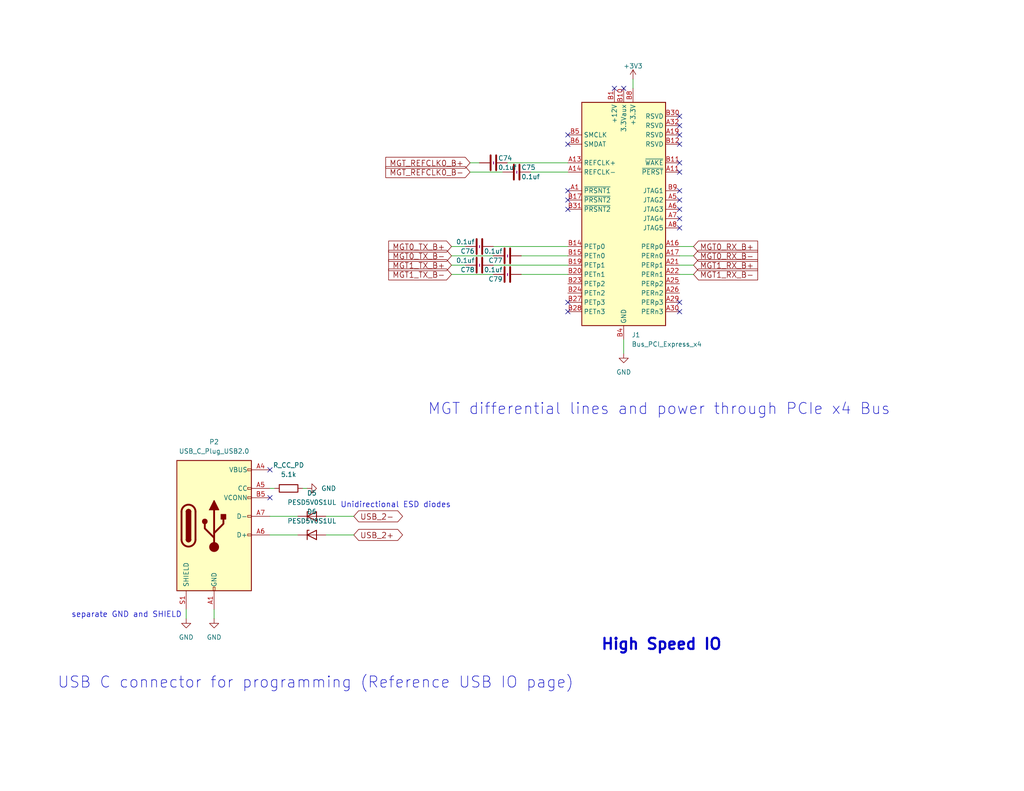
<source format=kicad_sch>
(kicad_sch
	(version 20250114)
	(generator "eeschema")
	(generator_version "9.0")
	(uuid "c0ad4323-d170-490e-a12e-3da4a15c9c0e")
	(paper "A")
	(title_block
		(title "hFPGA")
		(date "2025-09-16")
		(rev "D")
		(company "Ethan Yang (github.com/ethanyangtaco115) & Stanely Wang")
		(comment 1 "A modification of the PicoEVB (github.com/RHSResearchLLC/PicoEVB)")
		(comment 2 "An expansion")
	)
	(lib_symbols
		(symbol "+3V3_1"
			(power)
			(pin_names
				(offset 0)
			)
			(exclude_from_sim no)
			(in_bom yes)
			(on_board yes)
			(property "Reference" "#PWR"
				(at 0 -3.81 0)
				(effects
					(font
						(size 1.27 1.27)
					)
					(hide yes)
				)
			)
			(property "Value" "+3V3"
				(at 0 3.556 0)
				(effects
					(font
						(size 1.27 1.27)
					)
				)
			)
			(property "Footprint" ""
				(at 0 0 0)
				(effects
					(font
						(size 1.27 1.27)
					)
					(hide yes)
				)
			)
			(property "Datasheet" ""
				(at 0 0 0)
				(effects
					(font
						(size 1.27 1.27)
					)
					(hide yes)
				)
			)
			(property "Description" ""
				(at 0 0 0)
				(effects
					(font
						(size 1.27 1.27)
					)
					(hide yes)
				)
			)
			(property "Field5" ""
				(at 0 0 0)
				(effects
					(font
						(size 1.27 1.27)
					)
					(hide yes)
				)
			)
			(symbol "+3V3_1_0_1"
				(polyline
					(pts
						(xy -0.762 1.27) (xy 0 2.54)
					)
					(stroke
						(width 0)
						(type solid)
					)
					(fill
						(type none)
					)
				)
				(polyline
					(pts
						(xy 0 2.54) (xy 0.762 1.27)
					)
					(stroke
						(width 0)
						(type solid)
					)
					(fill
						(type none)
					)
				)
				(polyline
					(pts
						(xy 0 0) (xy 0 2.54)
					)
					(stroke
						(width 0)
						(type solid)
					)
					(fill
						(type none)
					)
				)
			)
			(symbol "+3V3_1_1_1"
				(pin power_in line
					(at 0 0 90)
					(length 0)
					(hide yes)
					(name "+3V3"
						(effects
							(font
								(size 1.27 1.27)
							)
						)
					)
					(number "1"
						(effects
							(font
								(size 1.27 1.27)
							)
						)
					)
				)
			)
			(embedded_fonts no)
		)
		(symbol "+3V3_2"
			(power)
			(pin_names
				(offset 0)
			)
			(exclude_from_sim no)
			(in_bom yes)
			(on_board yes)
			(property "Reference" "#PWR"
				(at 0 -3.81 0)
				(effects
					(font
						(size 1.27 1.27)
					)
					(hide yes)
				)
			)
			(property "Value" "+3V3"
				(at 0 3.556 0)
				(effects
					(font
						(size 1.27 1.27)
					)
				)
			)
			(property "Footprint" ""
				(at 0 0 0)
				(effects
					(font
						(size 1.27 1.27)
					)
					(hide yes)
				)
			)
			(property "Datasheet" ""
				(at 0 0 0)
				(effects
					(font
						(size 1.27 1.27)
					)
					(hide yes)
				)
			)
			(property "Description" ""
				(at 0 0 0)
				(effects
					(font
						(size 1.27 1.27)
					)
					(hide yes)
				)
			)
			(property "Field5" ""
				(at 0 0 0)
				(effects
					(font
						(size 1.27 1.27)
					)
					(hide yes)
				)
			)
			(symbol "+3V3_2_0_1"
				(polyline
					(pts
						(xy -0.762 1.27) (xy 0 2.54)
					)
					(stroke
						(width 0)
						(type solid)
					)
					(fill
						(type none)
					)
				)
				(polyline
					(pts
						(xy 0 2.54) (xy 0.762 1.27)
					)
					(stroke
						(width 0)
						(type solid)
					)
					(fill
						(type none)
					)
				)
				(polyline
					(pts
						(xy 0 0) (xy 0 2.54)
					)
					(stroke
						(width 0)
						(type solid)
					)
					(fill
						(type none)
					)
				)
			)
			(symbol "+3V3_2_1_1"
				(pin power_in line
					(at 0 0 90)
					(length 0)
					(hide yes)
					(name "+3V3"
						(effects
							(font
								(size 1.27 1.27)
							)
						)
					)
					(number "1"
						(effects
							(font
								(size 1.27 1.27)
							)
						)
					)
				)
			)
			(embedded_fonts no)
		)
		(symbol "C_1"
			(pin_numbers
				(hide yes)
			)
			(pin_names
				(offset 0.254)
			)
			(exclude_from_sim no)
			(in_bom yes)
			(on_board yes)
			(property "Reference" "C"
				(at 0.635 2.54 0)
				(effects
					(font
						(size 1.27 1.27)
					)
					(justify left)
				)
			)
			(property "Value" "C"
				(at 0.635 -2.54 0)
				(effects
					(font
						(size 1.27 1.27)
					)
					(justify left)
				)
			)
			(property "Footprint" ""
				(at 0.9652 -3.81 0)
				(effects
					(font
						(size 1.27 1.27)
					)
					(hide yes)
				)
			)
			(property "Datasheet" ""
				(at 0 0 0)
				(effects
					(font
						(size 1.27 1.27)
					)
					(hide yes)
				)
			)
			(property "Description" ""
				(at 0 0 0)
				(effects
					(font
						(size 1.27 1.27)
					)
					(hide yes)
				)
			)
			(property "Field5" ""
				(at 0 0 0)
				(effects
					(font
						(size 1.27 1.27)
					)
					(hide yes)
				)
			)
			(property "ki_fp_filters" "C_*"
				(at 0 0 0)
				(effects
					(font
						(size 1.27 1.27)
					)
					(hide yes)
				)
			)
			(symbol "C_1_0_1"
				(polyline
					(pts
						(xy -2.032 0.762) (xy 2.032 0.762)
					)
					(stroke
						(width 0.508)
						(type solid)
					)
					(fill
						(type none)
					)
				)
				(polyline
					(pts
						(xy -2.032 -0.762) (xy 2.032 -0.762)
					)
					(stroke
						(width 0.508)
						(type solid)
					)
					(fill
						(type none)
					)
				)
			)
			(symbol "C_1_1_1"
				(pin passive line
					(at 0 3.81 270)
					(length 2.794)
					(name "~"
						(effects
							(font
								(size 1.27 1.27)
							)
						)
					)
					(number "1"
						(effects
							(font
								(size 1.27 1.27)
							)
						)
					)
				)
				(pin passive line
					(at 0 -3.81 90)
					(length 2.794)
					(name "~"
						(effects
							(font
								(size 1.27 1.27)
							)
						)
					)
					(number "2"
						(effects
							(font
								(size 1.27 1.27)
							)
						)
					)
				)
			)
			(embedded_fonts no)
		)
		(symbol "C_2"
			(pin_numbers
				(hide yes)
			)
			(pin_names
				(offset 0.254)
			)
			(exclude_from_sim no)
			(in_bom yes)
			(on_board yes)
			(property "Reference" "C"
				(at 0.635 2.54 0)
				(effects
					(font
						(size 1.27 1.27)
					)
					(justify left)
				)
			)
			(property "Value" "C"
				(at 0.635 -2.54 0)
				(effects
					(font
						(size 1.27 1.27)
					)
					(justify left)
				)
			)
			(property "Footprint" ""
				(at 0.9652 -3.81 0)
				(effects
					(font
						(size 1.27 1.27)
					)
					(hide yes)
				)
			)
			(property "Datasheet" ""
				(at 0 0 0)
				(effects
					(font
						(size 1.27 1.27)
					)
					(hide yes)
				)
			)
			(property "Description" ""
				(at 0 0 0)
				(effects
					(font
						(size 1.27 1.27)
					)
					(hide yes)
				)
			)
			(property "Field5" ""
				(at 0 0 0)
				(effects
					(font
						(size 1.27 1.27)
					)
					(hide yes)
				)
			)
			(property "ki_fp_filters" "C_*"
				(at 0 0 0)
				(effects
					(font
						(size 1.27 1.27)
					)
					(hide yes)
				)
			)
			(symbol "C_2_0_1"
				(polyline
					(pts
						(xy -2.032 0.762) (xy 2.032 0.762)
					)
					(stroke
						(width 0.508)
						(type solid)
					)
					(fill
						(type none)
					)
				)
				(polyline
					(pts
						(xy -2.032 -0.762) (xy 2.032 -0.762)
					)
					(stroke
						(width 0.508)
						(type solid)
					)
					(fill
						(type none)
					)
				)
			)
			(symbol "C_2_1_1"
				(pin passive line
					(at 0 3.81 270)
					(length 2.794)
					(name "~"
						(effects
							(font
								(size 1.27 1.27)
							)
						)
					)
					(number "1"
						(effects
							(font
								(size 1.27 1.27)
							)
						)
					)
				)
				(pin passive line
					(at 0 -3.81 90)
					(length 2.794)
					(name "~"
						(effects
							(font
								(size 1.27 1.27)
							)
						)
					)
					(number "2"
						(effects
							(font
								(size 1.27 1.27)
							)
						)
					)
				)
			)
			(embedded_fonts no)
		)
		(symbol "C_3"
			(pin_numbers
				(hide yes)
			)
			(pin_names
				(offset 0.254)
			)
			(exclude_from_sim no)
			(in_bom yes)
			(on_board yes)
			(property "Reference" "C"
				(at 0.635 2.54 0)
				(effects
					(font
						(size 1.27 1.27)
					)
					(justify left)
				)
			)
			(property "Value" "C"
				(at 0.635 -2.54 0)
				(effects
					(font
						(size 1.27 1.27)
					)
					(justify left)
				)
			)
			(property "Footprint" ""
				(at 0.9652 -3.81 0)
				(effects
					(font
						(size 1.27 1.27)
					)
					(hide yes)
				)
			)
			(property "Datasheet" ""
				(at 0 0 0)
				(effects
					(font
						(size 1.27 1.27)
					)
					(hide yes)
				)
			)
			(property "Description" ""
				(at 0 0 0)
				(effects
					(font
						(size 1.27 1.27)
					)
					(hide yes)
				)
			)
			(property "Field5" ""
				(at 0 0 0)
				(effects
					(font
						(size 1.27 1.27)
					)
					(hide yes)
				)
			)
			(property "ki_fp_filters" "C_*"
				(at 0 0 0)
				(effects
					(font
						(size 1.27 1.27)
					)
					(hide yes)
				)
			)
			(symbol "C_3_0_1"
				(polyline
					(pts
						(xy -2.032 0.762) (xy 2.032 0.762)
					)
					(stroke
						(width 0.508)
						(type solid)
					)
					(fill
						(type none)
					)
				)
				(polyline
					(pts
						(xy -2.032 -0.762) (xy 2.032 -0.762)
					)
					(stroke
						(width 0.508)
						(type solid)
					)
					(fill
						(type none)
					)
				)
			)
			(symbol "C_3_1_1"
				(pin passive line
					(at 0 3.81 270)
					(length 2.794)
					(name "~"
						(effects
							(font
								(size 1.27 1.27)
							)
						)
					)
					(number "1"
						(effects
							(font
								(size 1.27 1.27)
							)
						)
					)
				)
				(pin passive line
					(at 0 -3.81 90)
					(length 2.794)
					(name "~"
						(effects
							(font
								(size 1.27 1.27)
							)
						)
					)
					(number "2"
						(effects
							(font
								(size 1.27 1.27)
							)
						)
					)
				)
			)
			(embedded_fonts no)
		)
		(symbol "C_4"
			(pin_numbers
				(hide yes)
			)
			(pin_names
				(offset 0.254)
			)
			(exclude_from_sim no)
			(in_bom yes)
			(on_board yes)
			(property "Reference" "C"
				(at 0.635 2.54 0)
				(effects
					(font
						(size 1.27 1.27)
					)
					(justify left)
				)
			)
			(property "Value" "C"
				(at 0.635 -2.54 0)
				(effects
					(font
						(size 1.27 1.27)
					)
					(justify left)
				)
			)
			(property "Footprint" ""
				(at 0.9652 -3.81 0)
				(effects
					(font
						(size 1.27 1.27)
					)
					(hide yes)
				)
			)
			(property "Datasheet" ""
				(at 0 0 0)
				(effects
					(font
						(size 1.27 1.27)
					)
					(hide yes)
				)
			)
			(property "Description" ""
				(at 0 0 0)
				(effects
					(font
						(size 1.27 1.27)
					)
					(hide yes)
				)
			)
			(property "Field5" ""
				(at 0 0 0)
				(effects
					(font
						(size 1.27 1.27)
					)
					(hide yes)
				)
			)
			(property "ki_fp_filters" "C_*"
				(at 0 0 0)
				(effects
					(font
						(size 1.27 1.27)
					)
					(hide yes)
				)
			)
			(symbol "C_4_0_1"
				(polyline
					(pts
						(xy -2.032 0.762) (xy 2.032 0.762)
					)
					(stroke
						(width 0.508)
						(type solid)
					)
					(fill
						(type none)
					)
				)
				(polyline
					(pts
						(xy -2.032 -0.762) (xy 2.032 -0.762)
					)
					(stroke
						(width 0.508)
						(type solid)
					)
					(fill
						(type none)
					)
				)
			)
			(symbol "C_4_1_1"
				(pin passive line
					(at 0 3.81 270)
					(length 2.794)
					(name "~"
						(effects
							(font
								(size 1.27 1.27)
							)
						)
					)
					(number "1"
						(effects
							(font
								(size 1.27 1.27)
							)
						)
					)
				)
				(pin passive line
					(at 0 -3.81 90)
					(length 2.794)
					(name "~"
						(effects
							(font
								(size 1.27 1.27)
							)
						)
					)
					(number "2"
						(effects
							(font
								(size 1.27 1.27)
							)
						)
					)
				)
			)
			(embedded_fonts no)
		)
		(symbol "C_5"
			(pin_numbers
				(hide yes)
			)
			(pin_names
				(offset 0.254)
			)
			(exclude_from_sim no)
			(in_bom yes)
			(on_board yes)
			(property "Reference" "C"
				(at 0.635 2.54 0)
				(effects
					(font
						(size 1.27 1.27)
					)
					(justify left)
				)
			)
			(property "Value" "C"
				(at 0.635 -2.54 0)
				(effects
					(font
						(size 1.27 1.27)
					)
					(justify left)
				)
			)
			(property "Footprint" ""
				(at 0.9652 -3.81 0)
				(effects
					(font
						(size 1.27 1.27)
					)
					(hide yes)
				)
			)
			(property "Datasheet" ""
				(at 0 0 0)
				(effects
					(font
						(size 1.27 1.27)
					)
					(hide yes)
				)
			)
			(property "Description" ""
				(at 0 0 0)
				(effects
					(font
						(size 1.27 1.27)
					)
					(hide yes)
				)
			)
			(property "Field5" ""
				(at 0 0 0)
				(effects
					(font
						(size 1.27 1.27)
					)
					(hide yes)
				)
			)
			(property "ki_fp_filters" "C_*"
				(at 0 0 0)
				(effects
					(font
						(size 1.27 1.27)
					)
					(hide yes)
				)
			)
			(symbol "C_5_0_1"
				(polyline
					(pts
						(xy -2.032 0.762) (xy 2.032 0.762)
					)
					(stroke
						(width 0.508)
						(type solid)
					)
					(fill
						(type none)
					)
				)
				(polyline
					(pts
						(xy -2.032 -0.762) (xy 2.032 -0.762)
					)
					(stroke
						(width 0.508)
						(type solid)
					)
					(fill
						(type none)
					)
				)
			)
			(symbol "C_5_1_1"
				(pin passive line
					(at 0 3.81 270)
					(length 2.794)
					(name "~"
						(effects
							(font
								(size 1.27 1.27)
							)
						)
					)
					(number "1"
						(effects
							(font
								(size 1.27 1.27)
							)
						)
					)
				)
				(pin passive line
					(at 0 -3.81 90)
					(length 2.794)
					(name "~"
						(effects
							(font
								(size 1.27 1.27)
							)
						)
					)
					(number "2"
						(effects
							(font
								(size 1.27 1.27)
							)
						)
					)
				)
			)
			(embedded_fonts no)
		)
		(symbol "C_6"
			(pin_numbers
				(hide yes)
			)
			(pin_names
				(offset 0.254)
			)
			(exclude_from_sim no)
			(in_bom yes)
			(on_board yes)
			(property "Reference" "C"
				(at 0.635 2.54 0)
				(effects
					(font
						(size 1.27 1.27)
					)
					(justify left)
				)
			)
			(property "Value" "C"
				(at 0.635 -2.54 0)
				(effects
					(font
						(size 1.27 1.27)
					)
					(justify left)
				)
			)
			(property "Footprint" ""
				(at 0.9652 -3.81 0)
				(effects
					(font
						(size 1.27 1.27)
					)
					(hide yes)
				)
			)
			(property "Datasheet" ""
				(at 0 0 0)
				(effects
					(font
						(size 1.27 1.27)
					)
					(hide yes)
				)
			)
			(property "Description" ""
				(at 0 0 0)
				(effects
					(font
						(size 1.27 1.27)
					)
					(hide yes)
				)
			)
			(property "Field5" ""
				(at 0 0 0)
				(effects
					(font
						(size 1.27 1.27)
					)
					(hide yes)
				)
			)
			(property "ki_fp_filters" "C_*"
				(at 0 0 0)
				(effects
					(font
						(size 1.27 1.27)
					)
					(hide yes)
				)
			)
			(symbol "C_6_0_1"
				(polyline
					(pts
						(xy -2.032 0.762) (xy 2.032 0.762)
					)
					(stroke
						(width 0.508)
						(type solid)
					)
					(fill
						(type none)
					)
				)
				(polyline
					(pts
						(xy -2.032 -0.762) (xy 2.032 -0.762)
					)
					(stroke
						(width 0.508)
						(type solid)
					)
					(fill
						(type none)
					)
				)
			)
			(symbol "C_6_1_1"
				(pin passive line
					(at 0 3.81 270)
					(length 2.794)
					(name "~"
						(effects
							(font
								(size 1.27 1.27)
							)
						)
					)
					(number "1"
						(effects
							(font
								(size 1.27 1.27)
							)
						)
					)
				)
				(pin passive line
					(at 0 -3.81 90)
					(length 2.794)
					(name "~"
						(effects
							(font
								(size 1.27 1.27)
							)
						)
					)
					(number "2"
						(effects
							(font
								(size 1.27 1.27)
							)
						)
					)
				)
			)
			(embedded_fonts no)
		)
		(symbol "C_7"
			(pin_numbers
				(hide yes)
			)
			(pin_names
				(offset 0.254)
			)
			(exclude_from_sim no)
			(in_bom yes)
			(on_board yes)
			(property "Reference" "C"
				(at 0.635 2.54 0)
				(effects
					(font
						(size 1.27 1.27)
					)
					(justify left)
				)
			)
			(property "Value" "C"
				(at 0.635 -2.54 0)
				(effects
					(font
						(size 1.27 1.27)
					)
					(justify left)
				)
			)
			(property "Footprint" ""
				(at 0.9652 -3.81 0)
				(effects
					(font
						(size 1.27 1.27)
					)
					(hide yes)
				)
			)
			(property "Datasheet" ""
				(at 0 0 0)
				(effects
					(font
						(size 1.27 1.27)
					)
					(hide yes)
				)
			)
			(property "Description" ""
				(at 0 0 0)
				(effects
					(font
						(size 1.27 1.27)
					)
					(hide yes)
				)
			)
			(property "Field5" ""
				(at 0 0 0)
				(effects
					(font
						(size 1.27 1.27)
					)
					(hide yes)
				)
			)
			(property "ki_fp_filters" "C_*"
				(at 0 0 0)
				(effects
					(font
						(size 1.27 1.27)
					)
					(hide yes)
				)
			)
			(symbol "C_7_0_1"
				(polyline
					(pts
						(xy -2.032 0.762) (xy 2.032 0.762)
					)
					(stroke
						(width 0.508)
						(type solid)
					)
					(fill
						(type none)
					)
				)
				(polyline
					(pts
						(xy -2.032 -0.762) (xy 2.032 -0.762)
					)
					(stroke
						(width 0.508)
						(type solid)
					)
					(fill
						(type none)
					)
				)
			)
			(symbol "C_7_1_1"
				(pin passive line
					(at 0 3.81 270)
					(length 2.794)
					(name "~"
						(effects
							(font
								(size 1.27 1.27)
							)
						)
					)
					(number "1"
						(effects
							(font
								(size 1.27 1.27)
							)
						)
					)
				)
				(pin passive line
					(at 0 -3.81 90)
					(length 2.794)
					(name "~"
						(effects
							(font
								(size 1.27 1.27)
							)
						)
					)
					(number "2"
						(effects
							(font
								(size 1.27 1.27)
							)
						)
					)
				)
			)
			(embedded_fonts no)
		)
		(symbol "C_8"
			(pin_numbers
				(hide yes)
			)
			(pin_names
				(offset 0.254)
			)
			(exclude_from_sim no)
			(in_bom yes)
			(on_board yes)
			(property "Reference" "C"
				(at 0.635 2.54 0)
				(effects
					(font
						(size 1.27 1.27)
					)
					(justify left)
				)
			)
			(property "Value" "C"
				(at 0.635 -2.54 0)
				(effects
					(font
						(size 1.27 1.27)
					)
					(justify left)
				)
			)
			(property "Footprint" ""
				(at 0.9652 -3.81 0)
				(effects
					(font
						(size 1.27 1.27)
					)
					(hide yes)
				)
			)
			(property "Datasheet" ""
				(at 0 0 0)
				(effects
					(font
						(size 1.27 1.27)
					)
					(hide yes)
				)
			)
			(property "Description" ""
				(at 0 0 0)
				(effects
					(font
						(size 1.27 1.27)
					)
					(hide yes)
				)
			)
			(property "Field5" ""
				(at 0 0 0)
				(effects
					(font
						(size 1.27 1.27)
					)
					(hide yes)
				)
			)
			(property "ki_fp_filters" "C_*"
				(at 0 0 0)
				(effects
					(font
						(size 1.27 1.27)
					)
					(hide yes)
				)
			)
			(symbol "C_8_0_1"
				(polyline
					(pts
						(xy -2.032 0.762) (xy 2.032 0.762)
					)
					(stroke
						(width 0.508)
						(type solid)
					)
					(fill
						(type none)
					)
				)
				(polyline
					(pts
						(xy -2.032 -0.762) (xy 2.032 -0.762)
					)
					(stroke
						(width 0.508)
						(type solid)
					)
					(fill
						(type none)
					)
				)
			)
			(symbol "C_8_1_1"
				(pin passive line
					(at 0 3.81 270)
					(length 2.794)
					(name "~"
						(effects
							(font
								(size 1.27 1.27)
							)
						)
					)
					(number "1"
						(effects
							(font
								(size 1.27 1.27)
							)
						)
					)
				)
				(pin passive line
					(at 0 -3.81 90)
					(length 2.794)
					(name "~"
						(effects
							(font
								(size 1.27 1.27)
							)
						)
					)
					(number "2"
						(effects
							(font
								(size 1.27 1.27)
							)
						)
					)
				)
			)
			(embedded_fonts no)
		)
		(symbol "Connector:Bus_PCI_Express_x4"
			(exclude_from_sim no)
			(in_bom yes)
			(on_board yes)
			(property "Reference" "J"
				(at -8.89 33.02 0)
				(effects
					(font
						(size 1.27 1.27)
					)
				)
			)
			(property "Value" "Bus_PCI_Express_x4"
				(at 12.7 33.02 0)
				(effects
					(font
						(size 1.27 1.27)
					)
				)
			)
			(property "Footprint" "Connector_PCBEdge:BUS_PCIexpress_x4"
				(at 0 -2.54 0)
				(effects
					(font
						(size 1.27 1.27)
					)
					(hide yes)
				)
			)
			(property "Datasheet" "http://www.ritrontek.com/uploadfile/2016/1026/20161026105231124.pdf#page=63"
				(at -6.35 -31.75 0)
				(effects
					(font
						(size 1.27 1.27)
					)
					(hide yes)
				)
			)
			(property "Description" "PCI Express bus connector x4"
				(at 0 0 0)
				(effects
					(font
						(size 1.27 1.27)
					)
					(hide yes)
				)
			)
			(property "ki_keywords" "pcie"
				(at 0 0 0)
				(effects
					(font
						(size 1.27 1.27)
					)
					(hide yes)
				)
			)
			(property "ki_fp_filters" "*PCIexpress*"
				(at 0 0 0)
				(effects
					(font
						(size 1.27 1.27)
					)
					(hide yes)
				)
			)
			(symbol "Bus_PCI_Express_x4_0_1"
				(rectangle
					(start -11.43 31.75)
					(end 11.43 -29.21)
					(stroke
						(width 0.254)
						(type default)
					)
					(fill
						(type background)
					)
				)
			)
			(symbol "Bus_PCI_Express_x4_1_1"
				(pin input line
					(at -15.24 22.86 0)
					(length 3.81)
					(name "SMCLK"
						(effects
							(font
								(size 1.27 1.27)
							)
						)
					)
					(number "B5"
						(effects
							(font
								(size 1.27 1.27)
							)
						)
					)
				)
				(pin bidirectional line
					(at -15.24 20.32 0)
					(length 3.81)
					(name "SMDAT"
						(effects
							(font
								(size 1.27 1.27)
							)
						)
					)
					(number "B6"
						(effects
							(font
								(size 1.27 1.27)
							)
						)
					)
				)
				(pin input line
					(at -15.24 15.24 0)
					(length 3.81)
					(name "REFCLK+"
						(effects
							(font
								(size 1.27 1.27)
							)
						)
					)
					(number "A13"
						(effects
							(font
								(size 1.27 1.27)
							)
						)
					)
				)
				(pin input line
					(at -15.24 12.7 0)
					(length 3.81)
					(name "REFCLK-"
						(effects
							(font
								(size 1.27 1.27)
							)
						)
					)
					(number "A14"
						(effects
							(font
								(size 1.27 1.27)
							)
						)
					)
				)
				(pin passive line
					(at -15.24 7.62 0)
					(length 3.81)
					(name "~{PRSNT1}"
						(effects
							(font
								(size 1.27 1.27)
							)
						)
					)
					(number "A1"
						(effects
							(font
								(size 1.27 1.27)
							)
						)
					)
				)
				(pin passive line
					(at -15.24 5.08 0)
					(length 3.81)
					(name "~{PRSNT2}"
						(effects
							(font
								(size 1.27 1.27)
							)
						)
					)
					(number "B17"
						(effects
							(font
								(size 1.27 1.27)
							)
						)
					)
				)
				(pin passive line
					(at -15.24 2.54 0)
					(length 3.81)
					(name "~{PRSNT2}"
						(effects
							(font
								(size 1.27 1.27)
							)
						)
					)
					(number "B31"
						(effects
							(font
								(size 1.27 1.27)
							)
						)
					)
				)
				(pin input line
					(at -15.24 -7.62 0)
					(length 3.81)
					(name "PETp0"
						(effects
							(font
								(size 1.27 1.27)
							)
						)
					)
					(number "B14"
						(effects
							(font
								(size 1.27 1.27)
							)
						)
					)
				)
				(pin input line
					(at -15.24 -10.16 0)
					(length 3.81)
					(name "PETn0"
						(effects
							(font
								(size 1.27 1.27)
							)
						)
					)
					(number "B15"
						(effects
							(font
								(size 1.27 1.27)
							)
						)
					)
				)
				(pin input line
					(at -15.24 -12.7 0)
					(length 3.81)
					(name "PETp1"
						(effects
							(font
								(size 1.27 1.27)
							)
						)
					)
					(number "B19"
						(effects
							(font
								(size 1.27 1.27)
							)
						)
					)
				)
				(pin input line
					(at -15.24 -15.24 0)
					(length 3.81)
					(name "PETn1"
						(effects
							(font
								(size 1.27 1.27)
							)
						)
					)
					(number "B20"
						(effects
							(font
								(size 1.27 1.27)
							)
						)
					)
				)
				(pin input line
					(at -15.24 -17.78 0)
					(length 3.81)
					(name "PETp2"
						(effects
							(font
								(size 1.27 1.27)
							)
						)
					)
					(number "B23"
						(effects
							(font
								(size 1.27 1.27)
							)
						)
					)
				)
				(pin input line
					(at -15.24 -20.32 0)
					(length 3.81)
					(name "PETn2"
						(effects
							(font
								(size 1.27 1.27)
							)
						)
					)
					(number "B24"
						(effects
							(font
								(size 1.27 1.27)
							)
						)
					)
				)
				(pin input line
					(at -15.24 -22.86 0)
					(length 3.81)
					(name "PETp3"
						(effects
							(font
								(size 1.27 1.27)
							)
						)
					)
					(number "B27"
						(effects
							(font
								(size 1.27 1.27)
							)
						)
					)
				)
				(pin input line
					(at -15.24 -25.4 0)
					(length 3.81)
					(name "PETn3"
						(effects
							(font
								(size 1.27 1.27)
							)
						)
					)
					(number "B28"
						(effects
							(font
								(size 1.27 1.27)
							)
						)
					)
				)
				(pin passive line
					(at -2.54 35.56 270)
					(length 3.81)
					(hide yes)
					(name "+12V"
						(effects
							(font
								(size 1.27 1.27)
							)
						)
					)
					(number "A2"
						(effects
							(font
								(size 1.27 1.27)
							)
						)
					)
				)
				(pin passive line
					(at -2.54 35.56 270)
					(length 3.81)
					(hide yes)
					(name "+12V"
						(effects
							(font
								(size 1.27 1.27)
							)
						)
					)
					(number "A3"
						(effects
							(font
								(size 1.27 1.27)
							)
						)
					)
				)
				(pin power_in line
					(at -2.54 35.56 270)
					(length 3.81)
					(name "+12V"
						(effects
							(font
								(size 1.27 1.27)
							)
						)
					)
					(number "B1"
						(effects
							(font
								(size 1.27 1.27)
							)
						)
					)
				)
				(pin passive line
					(at -2.54 35.56 270)
					(length 3.81)
					(hide yes)
					(name "+12V"
						(effects
							(font
								(size 1.27 1.27)
							)
						)
					)
					(number "B2"
						(effects
							(font
								(size 1.27 1.27)
							)
						)
					)
				)
				(pin passive line
					(at -2.54 35.56 270)
					(length 3.81)
					(hide yes)
					(name "+12V"
						(effects
							(font
								(size 1.27 1.27)
							)
						)
					)
					(number "B3"
						(effects
							(font
								(size 1.27 1.27)
							)
						)
					)
				)
				(pin power_in line
					(at 0 35.56 270)
					(length 3.81)
					(name "3.3Vaux"
						(effects
							(font
								(size 1.27 1.27)
							)
						)
					)
					(number "B10"
						(effects
							(font
								(size 1.27 1.27)
							)
						)
					)
				)
				(pin passive line
					(at 0 -33.02 90)
					(length 3.81)
					(hide yes)
					(name "GND"
						(effects
							(font
								(size 1.27 1.27)
							)
						)
					)
					(number "A12"
						(effects
							(font
								(size 1.27 1.27)
							)
						)
					)
				)
				(pin passive line
					(at 0 -33.02 90)
					(length 3.81)
					(hide yes)
					(name "GND"
						(effects
							(font
								(size 1.27 1.27)
							)
						)
					)
					(number "A15"
						(effects
							(font
								(size 1.27 1.27)
							)
						)
					)
				)
				(pin passive line
					(at 0 -33.02 90)
					(length 3.81)
					(hide yes)
					(name "GND"
						(effects
							(font
								(size 1.27 1.27)
							)
						)
					)
					(number "A18"
						(effects
							(font
								(size 1.27 1.27)
							)
						)
					)
				)
				(pin passive line
					(at 0 -33.02 90)
					(length 3.81)
					(hide yes)
					(name "GND"
						(effects
							(font
								(size 1.27 1.27)
							)
						)
					)
					(number "A20"
						(effects
							(font
								(size 1.27 1.27)
							)
						)
					)
				)
				(pin passive line
					(at 0 -33.02 90)
					(length 3.81)
					(hide yes)
					(name "GND"
						(effects
							(font
								(size 1.27 1.27)
							)
						)
					)
					(number "A23"
						(effects
							(font
								(size 1.27 1.27)
							)
						)
					)
				)
				(pin passive line
					(at 0 -33.02 90)
					(length 3.81)
					(hide yes)
					(name "GND"
						(effects
							(font
								(size 1.27 1.27)
							)
						)
					)
					(number "A24"
						(effects
							(font
								(size 1.27 1.27)
							)
						)
					)
				)
				(pin passive line
					(at 0 -33.02 90)
					(length 3.81)
					(hide yes)
					(name "GND"
						(effects
							(font
								(size 1.27 1.27)
							)
						)
					)
					(number "A27"
						(effects
							(font
								(size 1.27 1.27)
							)
						)
					)
				)
				(pin passive line
					(at 0 -33.02 90)
					(length 3.81)
					(hide yes)
					(name "GND"
						(effects
							(font
								(size 1.27 1.27)
							)
						)
					)
					(number "A28"
						(effects
							(font
								(size 1.27 1.27)
							)
						)
					)
				)
				(pin passive line
					(at 0 -33.02 90)
					(length 3.81)
					(hide yes)
					(name "GND"
						(effects
							(font
								(size 1.27 1.27)
							)
						)
					)
					(number "A31"
						(effects
							(font
								(size 1.27 1.27)
							)
						)
					)
				)
				(pin passive line
					(at 0 -33.02 90)
					(length 3.81)
					(hide yes)
					(name "GND"
						(effects
							(font
								(size 1.27 1.27)
							)
						)
					)
					(number "A4"
						(effects
							(font
								(size 1.27 1.27)
							)
						)
					)
				)
				(pin passive line
					(at 0 -33.02 90)
					(length 3.81)
					(hide yes)
					(name "GND"
						(effects
							(font
								(size 1.27 1.27)
							)
						)
					)
					(number "B13"
						(effects
							(font
								(size 1.27 1.27)
							)
						)
					)
				)
				(pin passive line
					(at 0 -33.02 90)
					(length 3.81)
					(hide yes)
					(name "GND"
						(effects
							(font
								(size 1.27 1.27)
							)
						)
					)
					(number "B16"
						(effects
							(font
								(size 1.27 1.27)
							)
						)
					)
				)
				(pin passive line
					(at 0 -33.02 90)
					(length 3.81)
					(hide yes)
					(name "GND"
						(effects
							(font
								(size 1.27 1.27)
							)
						)
					)
					(number "B18"
						(effects
							(font
								(size 1.27 1.27)
							)
						)
					)
				)
				(pin passive line
					(at 0 -33.02 90)
					(length 3.81)
					(hide yes)
					(name "GND"
						(effects
							(font
								(size 1.27 1.27)
							)
						)
					)
					(number "B21"
						(effects
							(font
								(size 1.27 1.27)
							)
						)
					)
				)
				(pin passive line
					(at 0 -33.02 90)
					(length 3.81)
					(hide yes)
					(name "GND"
						(effects
							(font
								(size 1.27 1.27)
							)
						)
					)
					(number "B22"
						(effects
							(font
								(size 1.27 1.27)
							)
						)
					)
				)
				(pin passive line
					(at 0 -33.02 90)
					(length 3.81)
					(hide yes)
					(name "GND"
						(effects
							(font
								(size 1.27 1.27)
							)
						)
					)
					(number "B25"
						(effects
							(font
								(size 1.27 1.27)
							)
						)
					)
				)
				(pin passive line
					(at 0 -33.02 90)
					(length 3.81)
					(hide yes)
					(name "GND"
						(effects
							(font
								(size 1.27 1.27)
							)
						)
					)
					(number "B26"
						(effects
							(font
								(size 1.27 1.27)
							)
						)
					)
				)
				(pin passive line
					(at 0 -33.02 90)
					(length 3.81)
					(hide yes)
					(name "GND"
						(effects
							(font
								(size 1.27 1.27)
							)
						)
					)
					(number "B29"
						(effects
							(font
								(size 1.27 1.27)
							)
						)
					)
				)
				(pin passive line
					(at 0 -33.02 90)
					(length 3.81)
					(hide yes)
					(name "GND"
						(effects
							(font
								(size 1.27 1.27)
							)
						)
					)
					(number "B32"
						(effects
							(font
								(size 1.27 1.27)
							)
						)
					)
				)
				(pin power_in line
					(at 0 -33.02 90)
					(length 3.81)
					(name "GND"
						(effects
							(font
								(size 1.27 1.27)
							)
						)
					)
					(number "B4"
						(effects
							(font
								(size 1.27 1.27)
							)
						)
					)
				)
				(pin passive line
					(at 0 -33.02 90)
					(length 3.81)
					(hide yes)
					(name "GND"
						(effects
							(font
								(size 1.27 1.27)
							)
						)
					)
					(number "B7"
						(effects
							(font
								(size 1.27 1.27)
							)
						)
					)
				)
				(pin passive line
					(at 2.54 35.56 270)
					(length 3.81)
					(hide yes)
					(name "+3.3V"
						(effects
							(font
								(size 1.27 1.27)
							)
						)
					)
					(number "A10"
						(effects
							(font
								(size 1.27 1.27)
							)
						)
					)
				)
				(pin passive line
					(at 2.54 35.56 270)
					(length 3.81)
					(hide yes)
					(name "+3.3V"
						(effects
							(font
								(size 1.27 1.27)
							)
						)
					)
					(number "A9"
						(effects
							(font
								(size 1.27 1.27)
							)
						)
					)
				)
				(pin power_in line
					(at 2.54 35.56 270)
					(length 3.81)
					(name "+3.3V"
						(effects
							(font
								(size 1.27 1.27)
							)
						)
					)
					(number "B8"
						(effects
							(font
								(size 1.27 1.27)
							)
						)
					)
				)
				(pin passive line
					(at 15.24 27.94 180)
					(length 3.81)
					(name "RSVD"
						(effects
							(font
								(size 1.27 1.27)
							)
						)
					)
					(number "B30"
						(effects
							(font
								(size 1.27 1.27)
							)
						)
					)
				)
				(pin passive line
					(at 15.24 25.4 180)
					(length 3.81)
					(name "RSVD"
						(effects
							(font
								(size 1.27 1.27)
							)
						)
					)
					(number "A32"
						(effects
							(font
								(size 1.27 1.27)
							)
						)
					)
				)
				(pin passive line
					(at 15.24 22.86 180)
					(length 3.81)
					(name "RSVD"
						(effects
							(font
								(size 1.27 1.27)
							)
						)
					)
					(number "A19"
						(effects
							(font
								(size 1.27 1.27)
							)
						)
					)
				)
				(pin passive line
					(at 15.24 20.32 180)
					(length 3.81)
					(name "RSVD"
						(effects
							(font
								(size 1.27 1.27)
							)
						)
					)
					(number "B12"
						(effects
							(font
								(size 1.27 1.27)
							)
						)
					)
				)
				(pin open_collector line
					(at 15.24 15.24 180)
					(length 3.81)
					(name "~{WAKE}"
						(effects
							(font
								(size 1.27 1.27)
							)
						)
					)
					(number "B11"
						(effects
							(font
								(size 1.27 1.27)
							)
						)
					)
				)
				(pin input line
					(at 15.24 12.7 180)
					(length 3.81)
					(name "~{PERST}"
						(effects
							(font
								(size 1.27 1.27)
							)
						)
					)
					(number "A11"
						(effects
							(font
								(size 1.27 1.27)
							)
						)
					)
				)
				(pin input line
					(at 15.24 7.62 180)
					(length 3.81)
					(name "JTAG1"
						(effects
							(font
								(size 1.27 1.27)
							)
						)
					)
					(number "B9"
						(effects
							(font
								(size 1.27 1.27)
							)
						)
					)
				)
				(pin input line
					(at 15.24 5.08 180)
					(length 3.81)
					(name "JTAG2"
						(effects
							(font
								(size 1.27 1.27)
							)
						)
					)
					(number "A5"
						(effects
							(font
								(size 1.27 1.27)
							)
						)
					)
				)
				(pin input line
					(at 15.24 2.54 180)
					(length 3.81)
					(name "JTAG3"
						(effects
							(font
								(size 1.27 1.27)
							)
						)
					)
					(number "A6"
						(effects
							(font
								(size 1.27 1.27)
							)
						)
					)
				)
				(pin output line
					(at 15.24 0 180)
					(length 3.81)
					(name "JTAG4"
						(effects
							(font
								(size 1.27 1.27)
							)
						)
					)
					(number "A7"
						(effects
							(font
								(size 1.27 1.27)
							)
						)
					)
				)
				(pin input line
					(at 15.24 -2.54 180)
					(length 3.81)
					(name "JTAG5"
						(effects
							(font
								(size 1.27 1.27)
							)
						)
					)
					(number "A8"
						(effects
							(font
								(size 1.27 1.27)
							)
						)
					)
				)
				(pin output line
					(at 15.24 -7.62 180)
					(length 3.81)
					(name "PERp0"
						(effects
							(font
								(size 1.27 1.27)
							)
						)
					)
					(number "A16"
						(effects
							(font
								(size 1.27 1.27)
							)
						)
					)
				)
				(pin output line
					(at 15.24 -10.16 180)
					(length 3.81)
					(name "PERn0"
						(effects
							(font
								(size 1.27 1.27)
							)
						)
					)
					(number "A17"
						(effects
							(font
								(size 1.27 1.27)
							)
						)
					)
				)
				(pin output line
					(at 15.24 -12.7 180)
					(length 3.81)
					(name "PERp1"
						(effects
							(font
								(size 1.27 1.27)
							)
						)
					)
					(number "A21"
						(effects
							(font
								(size 1.27 1.27)
							)
						)
					)
				)
				(pin output line
					(at 15.24 -15.24 180)
					(length 3.81)
					(name "PERn1"
						(effects
							(font
								(size 1.27 1.27)
							)
						)
					)
					(number "A22"
						(effects
							(font
								(size 1.27 1.27)
							)
						)
					)
				)
				(pin output line
					(at 15.24 -17.78 180)
					(length 3.81)
					(name "PERp2"
						(effects
							(font
								(size 1.27 1.27)
							)
						)
					)
					(number "A25"
						(effects
							(font
								(size 1.27 1.27)
							)
						)
					)
				)
				(pin output line
					(at 15.24 -20.32 180)
					(length 3.81)
					(name "PERn2"
						(effects
							(font
								(size 1.27 1.27)
							)
						)
					)
					(number "A26"
						(effects
							(font
								(size 1.27 1.27)
							)
						)
					)
				)
				(pin output line
					(at 15.24 -22.86 180)
					(length 3.81)
					(name "PERp3"
						(effects
							(font
								(size 1.27 1.27)
							)
						)
					)
					(number "A29"
						(effects
							(font
								(size 1.27 1.27)
							)
						)
					)
				)
				(pin output line
					(at 15.24 -25.4 180)
					(length 3.81)
					(name "PERn3"
						(effects
							(font
								(size 1.27 1.27)
							)
						)
					)
					(number "A30"
						(effects
							(font
								(size 1.27 1.27)
							)
						)
					)
				)
			)
			(embedded_fonts no)
		)
		(symbol "Connector:USB_C_Plug_USB2.0"
			(pin_names
				(offset 1.016)
			)
			(exclude_from_sim no)
			(in_bom yes)
			(on_board yes)
			(property "Reference" "P"
				(at -10.16 19.05 0)
				(effects
					(font
						(size 1.27 1.27)
					)
					(justify left)
				)
			)
			(property "Value" "USB_C_Plug_USB2.0"
				(at 12.7 19.05 0)
				(effects
					(font
						(size 1.27 1.27)
					)
					(justify right)
				)
			)
			(property "Footprint" ""
				(at 3.81 0 0)
				(effects
					(font
						(size 1.27 1.27)
					)
					(hide yes)
				)
			)
			(property "Datasheet" "https://www.usb.org/sites/default/files/documents/usb_type-c.zip"
				(at 3.81 0 0)
				(effects
					(font
						(size 1.27 1.27)
					)
					(hide yes)
				)
			)
			(property "Description" "USB 2.0-only Type-C Plug connector"
				(at 0 0 0)
				(effects
					(font
						(size 1.27 1.27)
					)
					(hide yes)
				)
			)
			(property "ki_keywords" "usb universal serial bus type-C USB2.0"
				(at 0 0 0)
				(effects
					(font
						(size 1.27 1.27)
					)
					(hide yes)
				)
			)
			(property "ki_fp_filters" "USB*C*Plug*"
				(at 0 0 0)
				(effects
					(font
						(size 1.27 1.27)
					)
					(hide yes)
				)
			)
			(symbol "USB_C_Plug_USB2.0_0_0"
				(rectangle
					(start -0.254 -17.78)
					(end 0.254 -16.764)
					(stroke
						(width 0)
						(type default)
					)
					(fill
						(type none)
					)
				)
				(rectangle
					(start 10.16 15.494)
					(end 9.144 14.986)
					(stroke
						(width 0)
						(type default)
					)
					(fill
						(type none)
					)
				)
				(rectangle
					(start 10.16 10.414)
					(end 9.144 9.906)
					(stroke
						(width 0)
						(type default)
					)
					(fill
						(type none)
					)
				)
				(rectangle
					(start 10.16 7.874)
					(end 9.144 7.366)
					(stroke
						(width 0)
						(type default)
					)
					(fill
						(type none)
					)
				)
				(rectangle
					(start 10.16 2.794)
					(end 9.144 2.286)
					(stroke
						(width 0)
						(type default)
					)
					(fill
						(type none)
					)
				)
				(rectangle
					(start 10.16 -2.286)
					(end 9.144 -2.794)
					(stroke
						(width 0)
						(type default)
					)
					(fill
						(type none)
					)
				)
			)
			(symbol "USB_C_Plug_USB2.0_0_1"
				(rectangle
					(start -10.16 17.78)
					(end 10.16 -17.78)
					(stroke
						(width 0.254)
						(type default)
					)
					(fill
						(type background)
					)
				)
				(polyline
					(pts
						(xy -8.89 -3.81) (xy -8.89 3.81)
					)
					(stroke
						(width 0.508)
						(type default)
					)
					(fill
						(type none)
					)
				)
				(rectangle
					(start -7.62 -3.81)
					(end -6.35 3.81)
					(stroke
						(width 0.254)
						(type default)
					)
					(fill
						(type outline)
					)
				)
				(arc
					(start -7.62 3.81)
					(mid -6.985 4.4423)
					(end -6.35 3.81)
					(stroke
						(width 0.254)
						(type default)
					)
					(fill
						(type none)
					)
				)
				(arc
					(start -7.62 3.81)
					(mid -6.985 4.4423)
					(end -6.35 3.81)
					(stroke
						(width 0.254)
						(type default)
					)
					(fill
						(type outline)
					)
				)
				(arc
					(start -8.89 3.81)
					(mid -6.985 5.7067)
					(end -5.08 3.81)
					(stroke
						(width 0.508)
						(type default)
					)
					(fill
						(type none)
					)
				)
				(arc
					(start -5.08 -3.81)
					(mid -6.985 -5.7067)
					(end -8.89 -3.81)
					(stroke
						(width 0.508)
						(type default)
					)
					(fill
						(type none)
					)
				)
				(arc
					(start -6.35 -3.81)
					(mid -6.985 -4.4423)
					(end -7.62 -3.81)
					(stroke
						(width 0.254)
						(type default)
					)
					(fill
						(type none)
					)
				)
				(arc
					(start -6.35 -3.81)
					(mid -6.985 -4.4423)
					(end -7.62 -3.81)
					(stroke
						(width 0.254)
						(type default)
					)
					(fill
						(type outline)
					)
				)
				(polyline
					(pts
						(xy -5.08 3.81) (xy -5.08 -3.81)
					)
					(stroke
						(width 0.508)
						(type default)
					)
					(fill
						(type none)
					)
				)
				(circle
					(center -2.54 1.143)
					(radius 0.635)
					(stroke
						(width 0.254)
						(type default)
					)
					(fill
						(type outline)
					)
				)
				(polyline
					(pts
						(xy -1.27 4.318) (xy 0 6.858) (xy 1.27 4.318) (xy -1.27 4.318)
					)
					(stroke
						(width 0.254)
						(type default)
					)
					(fill
						(type outline)
					)
				)
				(polyline
					(pts
						(xy 0 -2.032) (xy 2.54 0.508) (xy 2.54 1.778)
					)
					(stroke
						(width 0.508)
						(type default)
					)
					(fill
						(type none)
					)
				)
				(polyline
					(pts
						(xy 0 -3.302) (xy -2.54 -0.762) (xy -2.54 0.508)
					)
					(stroke
						(width 0.508)
						(type default)
					)
					(fill
						(type none)
					)
				)
				(polyline
					(pts
						(xy 0 -5.842) (xy 0 4.318)
					)
					(stroke
						(width 0.508)
						(type default)
					)
					(fill
						(type none)
					)
				)
				(circle
					(center 0 -5.842)
					(radius 1.27)
					(stroke
						(width 0)
						(type default)
					)
					(fill
						(type outline)
					)
				)
				(rectangle
					(start 1.905 1.778)
					(end 3.175 3.048)
					(stroke
						(width 0.254)
						(type default)
					)
					(fill
						(type outline)
					)
				)
			)
			(symbol "USB_C_Plug_USB2.0_1_1"
				(pin passive line
					(at -7.62 -22.86 90)
					(length 5.08)
					(name "SHIELD"
						(effects
							(font
								(size 1.27 1.27)
							)
						)
					)
					(number "S1"
						(effects
							(font
								(size 1.27 1.27)
							)
						)
					)
				)
				(pin passive line
					(at 0 -22.86 90)
					(length 5.08)
					(name "GND"
						(effects
							(font
								(size 1.27 1.27)
							)
						)
					)
					(number "A1"
						(effects
							(font
								(size 1.27 1.27)
							)
						)
					)
				)
				(pin passive line
					(at 0 -22.86 90)
					(length 5.08)
					(hide yes)
					(name "GND"
						(effects
							(font
								(size 1.27 1.27)
							)
						)
					)
					(number "A12"
						(effects
							(font
								(size 1.27 1.27)
							)
						)
					)
				)
				(pin passive line
					(at 0 -22.86 90)
					(length 5.08)
					(hide yes)
					(name "GND"
						(effects
							(font
								(size 1.27 1.27)
							)
						)
					)
					(number "B1"
						(effects
							(font
								(size 1.27 1.27)
							)
						)
					)
				)
				(pin passive line
					(at 0 -22.86 90)
					(length 5.08)
					(hide yes)
					(name "GND"
						(effects
							(font
								(size 1.27 1.27)
							)
						)
					)
					(number "B12"
						(effects
							(font
								(size 1.27 1.27)
							)
						)
					)
				)
				(pin passive line
					(at 15.24 15.24 180)
					(length 5.08)
					(name "VBUS"
						(effects
							(font
								(size 1.27 1.27)
							)
						)
					)
					(number "A4"
						(effects
							(font
								(size 1.27 1.27)
							)
						)
					)
				)
				(pin passive line
					(at 15.24 15.24 180)
					(length 5.08)
					(hide yes)
					(name "VBUS"
						(effects
							(font
								(size 1.27 1.27)
							)
						)
					)
					(number "A9"
						(effects
							(font
								(size 1.27 1.27)
							)
						)
					)
				)
				(pin passive line
					(at 15.24 15.24 180)
					(length 5.08)
					(hide yes)
					(name "VBUS"
						(effects
							(font
								(size 1.27 1.27)
							)
						)
					)
					(number "B4"
						(effects
							(font
								(size 1.27 1.27)
							)
						)
					)
				)
				(pin passive line
					(at 15.24 15.24 180)
					(length 5.08)
					(hide yes)
					(name "VBUS"
						(effects
							(font
								(size 1.27 1.27)
							)
						)
					)
					(number "B9"
						(effects
							(font
								(size 1.27 1.27)
							)
						)
					)
				)
				(pin bidirectional line
					(at 15.24 10.16 180)
					(length 5.08)
					(name "CC"
						(effects
							(font
								(size 1.27 1.27)
							)
						)
					)
					(number "A5"
						(effects
							(font
								(size 1.27 1.27)
							)
						)
					)
				)
				(pin bidirectional line
					(at 15.24 7.62 180)
					(length 5.08)
					(name "VCONN"
						(effects
							(font
								(size 1.27 1.27)
							)
						)
					)
					(number "B5"
						(effects
							(font
								(size 1.27 1.27)
							)
						)
					)
				)
				(pin bidirectional line
					(at 15.24 2.54 180)
					(length 5.08)
					(name "D-"
						(effects
							(font
								(size 1.27 1.27)
							)
						)
					)
					(number "A7"
						(effects
							(font
								(size 1.27 1.27)
							)
						)
					)
				)
				(pin bidirectional line
					(at 15.24 -2.54 180)
					(length 5.08)
					(name "D+"
						(effects
							(font
								(size 1.27 1.27)
							)
						)
					)
					(number "A6"
						(effects
							(font
								(size 1.27 1.27)
							)
						)
					)
				)
			)
			(embedded_fonts no)
		)
		(symbol "Device:R"
			(pin_numbers
				(hide yes)
			)
			(pin_names
				(offset 0)
			)
			(exclude_from_sim no)
			(in_bom yes)
			(on_board yes)
			(property "Reference" "R"
				(at 2.032 0 90)
				(effects
					(font
						(size 1.27 1.27)
					)
				)
			)
			(property "Value" "R"
				(at 0 0 90)
				(effects
					(font
						(size 1.27 1.27)
					)
				)
			)
			(property "Footprint" ""
				(at -1.778 0 90)
				(effects
					(font
						(size 1.27 1.27)
					)
					(hide yes)
				)
			)
			(property "Datasheet" "~"
				(at 0 0 0)
				(effects
					(font
						(size 1.27 1.27)
					)
					(hide yes)
				)
			)
			(property "Description" "Resistor"
				(at 0 0 0)
				(effects
					(font
						(size 1.27 1.27)
					)
					(hide yes)
				)
			)
			(property "ki_keywords" "R res resistor"
				(at 0 0 0)
				(effects
					(font
						(size 1.27 1.27)
					)
					(hide yes)
				)
			)
			(property "ki_fp_filters" "R_*"
				(at 0 0 0)
				(effects
					(font
						(size 1.27 1.27)
					)
					(hide yes)
				)
			)
			(symbol "R_0_1"
				(rectangle
					(start -1.016 -2.54)
					(end 1.016 2.54)
					(stroke
						(width 0.254)
						(type default)
					)
					(fill
						(type none)
					)
				)
			)
			(symbol "R_1_1"
				(pin passive line
					(at 0 3.81 270)
					(length 1.27)
					(name "~"
						(effects
							(font
								(size 1.27 1.27)
							)
						)
					)
					(number "1"
						(effects
							(font
								(size 1.27 1.27)
							)
						)
					)
				)
				(pin passive line
					(at 0 -3.81 90)
					(length 1.27)
					(name "~"
						(effects
							(font
								(size 1.27 1.27)
							)
						)
					)
					(number "2"
						(effects
							(font
								(size 1.27 1.27)
							)
						)
					)
				)
			)
			(embedded_fonts no)
		)
		(symbol "Diode:PESD5V0S1UL"
			(pin_numbers
				(hide yes)
			)
			(pin_names
				(hide yes)
			)
			(exclude_from_sim no)
			(in_bom yes)
			(on_board yes)
			(property "Reference" "D"
				(at 0 2.54 0)
				(effects
					(font
						(size 1.27 1.27)
					)
				)
			)
			(property "Value" "PESD5V0S1UL"
				(at 0 -2.54 0)
				(effects
					(font
						(size 1.27 1.27)
					)
				)
			)
			(property "Footprint" "Diode_SMD:D_SOD-882"
				(at 0 -5.08 0)
				(effects
					(font
						(size 1.27 1.27)
					)
					(hide yes)
				)
			)
			(property "Datasheet" "https://assets.nexperia.com/documents/data-sheet/PESD5V0S1UL.pdf"
				(at 0 5.08 0)
				(effects
					(font
						(size 1.27 1.27)
					)
					(hide yes)
				)
			)
			(property "Description" "Unidirectional ESD protection diode, 5V, SOD-882"
				(at 0 7.62 0)
				(effects
					(font
						(size 1.27 1.27)
					)
					(hide yes)
				)
			)
			(property "ki_keywords" "diode"
				(at 0 0 0)
				(effects
					(font
						(size 1.27 1.27)
					)
					(hide yes)
				)
			)
			(property "ki_fp_filters" "D*SOD?882"
				(at 0 0 0)
				(effects
					(font
						(size 1.27 1.27)
					)
					(hide yes)
				)
			)
			(symbol "PESD5V0S1UL_0_1"
				(polyline
					(pts
						(xy -1.27 -1.27) (xy -1.27 1.27) (xy -0.762 1.27)
					)
					(stroke
						(width 0.254)
						(type default)
					)
					(fill
						(type none)
					)
				)
				(polyline
					(pts
						(xy 1.27 0) (xy -1.27 0)
					)
					(stroke
						(width 0)
						(type default)
					)
					(fill
						(type none)
					)
				)
				(polyline
					(pts
						(xy 1.27 -1.27) (xy 1.27 1.27) (xy -1.27 0) (xy 1.27 -1.27)
					)
					(stroke
						(width 0.254)
						(type default)
					)
					(fill
						(type none)
					)
				)
			)
			(symbol "PESD5V0S1UL_1_1"
				(pin passive line
					(at -3.81 0 0)
					(length 2.54)
					(name "K"
						(effects
							(font
								(size 1.27 1.27)
							)
						)
					)
					(number "1"
						(effects
							(font
								(size 1.27 1.27)
							)
						)
					)
				)
				(pin passive line
					(at 3.81 0 180)
					(length 2.54)
					(name "A"
						(effects
							(font
								(size 1.27 1.27)
							)
						)
					)
					(number "2"
						(effects
							(font
								(size 1.27 1.27)
							)
						)
					)
				)
			)
			(embedded_fonts no)
		)
		(symbol "GND_1"
			(power)
			(pin_names
				(offset 0)
			)
			(exclude_from_sim no)
			(in_bom yes)
			(on_board yes)
			(property "Reference" "#PWR"
				(at 0 -6.35 0)
				(effects
					(font
						(size 1.27 1.27)
					)
					(hide yes)
				)
			)
			(property "Value" "GND"
				(at 0 -3.81 0)
				(effects
					(font
						(size 1.27 1.27)
					)
				)
			)
			(property "Footprint" ""
				(at 0 0 0)
				(effects
					(font
						(size 1.27 1.27)
					)
					(hide yes)
				)
			)
			(property "Datasheet" ""
				(at 0 0 0)
				(effects
					(font
						(size 1.27 1.27)
					)
					(hide yes)
				)
			)
			(property "Description" ""
				(at 0 0 0)
				(effects
					(font
						(size 1.27 1.27)
					)
					(hide yes)
				)
			)
			(property "Field5" ""
				(at 0 0 0)
				(effects
					(font
						(size 1.27 1.27)
					)
					(hide yes)
				)
			)
			(symbol "GND_1_0_1"
				(polyline
					(pts
						(xy 0 0) (xy 0 -1.27) (xy 1.27 -1.27) (xy 0 -2.54) (xy -1.27 -1.27) (xy 0 -1.27)
					)
					(stroke
						(width 0)
						(type solid)
					)
					(fill
						(type none)
					)
				)
			)
			(symbol "GND_1_1_1"
				(pin power_in line
					(at 0 0 270)
					(length 0)
					(hide yes)
					(name "GND"
						(effects
							(font
								(size 1.27 1.27)
							)
						)
					)
					(number "1"
						(effects
							(font
								(size 1.27 1.27)
							)
						)
					)
				)
			)
			(embedded_fonts no)
		)
		(symbol "GND_2"
			(power)
			(pin_names
				(offset 0)
			)
			(exclude_from_sim no)
			(in_bom yes)
			(on_board yes)
			(property "Reference" "#PWR"
				(at 0 -6.35 0)
				(effects
					(font
						(size 1.27 1.27)
					)
					(hide yes)
				)
			)
			(property "Value" "GND"
				(at 0 -3.81 0)
				(effects
					(font
						(size 1.27 1.27)
					)
				)
			)
			(property "Footprint" ""
				(at 0 0 0)
				(effects
					(font
						(size 1.27 1.27)
					)
					(hide yes)
				)
			)
			(property "Datasheet" ""
				(at 0 0 0)
				(effects
					(font
						(size 1.27 1.27)
					)
					(hide yes)
				)
			)
			(property "Description" ""
				(at 0 0 0)
				(effects
					(font
						(size 1.27 1.27)
					)
					(hide yes)
				)
			)
			(property "Field5" ""
				(at 0 0 0)
				(effects
					(font
						(size 1.27 1.27)
					)
					(hide yes)
				)
			)
			(symbol "GND_2_0_1"
				(polyline
					(pts
						(xy 0 0) (xy 0 -1.27) (xy 1.27 -1.27) (xy 0 -2.54) (xy -1.27 -1.27) (xy 0 -1.27)
					)
					(stroke
						(width 0)
						(type solid)
					)
					(fill
						(type none)
					)
				)
			)
			(symbol "GND_2_1_1"
				(pin power_in line
					(at 0 0 270)
					(length 0)
					(hide yes)
					(name "GND"
						(effects
							(font
								(size 1.27 1.27)
							)
						)
					)
					(number "1"
						(effects
							(font
								(size 1.27 1.27)
							)
						)
					)
				)
			)
			(embedded_fonts no)
		)
		(symbol "M.2-AE_1"
			(pin_names
				(offset 1.016)
			)
			(exclude_from_sim no)
			(in_bom yes)
			(on_board yes)
			(property "Reference" "PCB"
				(at -10.16 36.83 0)
				(effects
					(font
						(size 1.524 1.524)
					)
				)
			)
			(property "Value" "M.2-AE"
				(at 13.97 36.83 0)
				(effects
					(font
						(size 1.524 1.524)
					)
				)
			)
			(property "Footprint" ""
				(at -11.43 2.54 0)
				(effects
					(font
						(size 1.524 1.524)
					)
					(hide yes)
				)
			)
			(property "Datasheet" ""
				(at -11.43 2.54 0)
				(effects
					(font
						(size 1.524 1.524)
					)
					(hide yes)
				)
			)
			(property "Description" ""
				(at 0 0 0)
				(effects
					(font
						(size 1.27 1.27)
					)
					(hide yes)
				)
			)
			(property "Field5" ""
				(at 0 0 0)
				(effects
					(font
						(size 1.27 1.27)
					)
					(hide yes)
				)
			)
			(symbol "M.2-AE_1_0_1"
				(rectangle
					(start -12.7 35.56)
					(end 11.43 -17.78)
					(stroke
						(width 0)
						(type solid)
					)
					(fill
						(type none)
					)
				)
				(rectangle
					(start 11.43 -17.78)
					(end 11.43 -17.78)
					(stroke
						(width 0)
						(type solid)
					)
					(fill
						(type none)
					)
				)
			)
			(symbol "M.2-AE_1_1_1"
				(pin output line
					(at -17.78 33.02 0)
					(length 5.08)
					(name "REFCLK_p"
						(effects
							(font
								(size 1.27 1.27)
							)
						)
					)
					(number "47"
						(effects
							(font
								(size 1.27 1.27)
							)
						)
					)
				)
				(pin output line
					(at -17.78 30.48 0)
					(length 5.08)
					(name "REFCLK_n"
						(effects
							(font
								(size 1.27 1.27)
							)
						)
					)
					(number "49"
						(effects
							(font
								(size 1.27 1.27)
							)
						)
					)
				)
				(pin input line
					(at -17.78 26.67 0)
					(length 5.08)
					(name "PER0_p"
						(effects
							(font
								(size 1.27 1.27)
							)
						)
					)
					(number "41"
						(effects
							(font
								(size 1.27 1.27)
							)
						)
					)
				)
				(pin input line
					(at -17.78 24.13 0)
					(length 5.08)
					(name "PER0_n"
						(effects
							(font
								(size 1.27 1.27)
							)
						)
					)
					(number "43"
						(effects
							(font
								(size 1.27 1.27)
							)
						)
					)
				)
				(pin output line
					(at -17.78 20.32 0)
					(length 5.08)
					(name "PET0_p"
						(effects
							(font
								(size 1.27 1.27)
							)
						)
					)
					(number "35"
						(effects
							(font
								(size 1.27 1.27)
							)
						)
					)
				)
				(pin output line
					(at -17.78 17.78 0)
					(length 5.08)
					(name "PET0_n"
						(effects
							(font
								(size 1.27 1.27)
							)
						)
					)
					(number "37"
						(effects
							(font
								(size 1.27 1.27)
							)
						)
					)
				)
				(pin power_out line
					(at -17.78 11.43 0)
					(length 5.08)
					(name "3p3v"
						(effects
							(font
								(size 1.27 1.27)
							)
						)
					)
					(number "2"
						(effects
							(font
								(size 1.27 1.27)
							)
						)
					)
				)
				(pin power_in line
					(at -17.78 8.89 0)
					(length 5.08)
					(name "3p3v"
						(effects
							(font
								(size 1.27 1.27)
							)
						)
					)
					(number "4"
						(effects
							(font
								(size 1.27 1.27)
							)
						)
					)
				)
				(pin power_in line
					(at -17.78 6.35 0)
					(length 5.08)
					(name "3p3v"
						(effects
							(font
								(size 1.27 1.27)
							)
						)
					)
					(number "72"
						(effects
							(font
								(size 1.27 1.27)
							)
						)
					)
				)
				(pin power_in line
					(at -17.78 3.81 0)
					(length 5.08)
					(name "3p3v"
						(effects
							(font
								(size 1.27 1.27)
							)
						)
					)
					(number "74"
						(effects
							(font
								(size 1.27 1.27)
							)
						)
					)
				)
				(pin power_out line
					(at -17.78 1.27 0)
					(length 5.08)
					(name "GND"
						(effects
							(font
								(size 1.27 1.27)
							)
						)
					)
					(number "45"
						(effects
							(font
								(size 1.27 1.27)
							)
						)
					)
				)
				(pin power_in line
					(at -17.78 -1.27 0)
					(length 5.08)
					(name "GND"
						(effects
							(font
								(size 1.27 1.27)
							)
						)
					)
					(number "51"
						(effects
							(font
								(size 1.27 1.27)
							)
						)
					)
				)
				(pin power_in line
					(at -17.78 -3.81 0)
					(length 5.08)
					(name "GND"
						(effects
							(font
								(size 1.27 1.27)
							)
						)
					)
					(number "57"
						(effects
							(font
								(size 1.27 1.27)
							)
						)
					)
				)
				(pin power_in line
					(at -17.78 -6.35 0)
					(length 5.08)
					(name "GND"
						(effects
							(font
								(size 1.27 1.27)
							)
						)
					)
					(number "63"
						(effects
							(font
								(size 1.27 1.27)
							)
						)
					)
				)
				(pin power_in line
					(at -17.78 -8.89 0)
					(length 5.08)
					(name "GND"
						(effects
							(font
								(size 1.27 1.27)
							)
						)
					)
					(number "69"
						(effects
							(font
								(size 1.27 1.27)
							)
						)
					)
				)
				(pin bidirectional line
					(at 16.51 33.02 180)
					(length 5.08)
					(name "PEWAKE#"
						(effects
							(font
								(size 1.27 1.27)
							)
						)
					)
					(number "55"
						(effects
							(font
								(size 1.27 1.27)
							)
						)
					)
				)
				(pin input line
					(at 16.51 30.48 180)
					(length 5.08)
					(name "CLKREQ#"
						(effects
							(font
								(size 1.27 1.27)
							)
						)
					)
					(number "53"
						(effects
							(font
								(size 1.27 1.27)
							)
						)
					)
				)
				(pin output line
					(at 16.51 27.94 180)
					(length 5.08)
					(name "PERST#"
						(effects
							(font
								(size 1.27 1.27)
							)
						)
					)
					(number "52"
						(effects
							(font
								(size 1.27 1.27)
							)
						)
					)
				)
				(pin bidirectional line
					(at 16.51 24.13 180)
					(length 5.08)
					(name "USB+"
						(effects
							(font
								(size 1.27 1.27)
							)
						)
					)
					(number "3"
						(effects
							(font
								(size 1.27 1.27)
							)
						)
					)
				)
				(pin bidirectional line
					(at 16.51 21.59 180)
					(length 5.08)
					(name "USB-"
						(effects
							(font
								(size 1.27 1.27)
							)
						)
					)
					(number "5"
						(effects
							(font
								(size 1.27 1.27)
							)
						)
					)
				)
				(pin input line
					(at 16.51 17.78 180)
					(length 5.08)
					(name "LED0"
						(effects
							(font
								(size 1.27 1.27)
							)
						)
					)
					(number "6"
						(effects
							(font
								(size 1.27 1.27)
							)
						)
					)
				)
				(pin input line
					(at 16.51 15.24 180)
					(length 5.08)
					(name "LED1"
						(effects
							(font
								(size 1.27 1.27)
							)
						)
					)
					(number "16"
						(effects
							(font
								(size 1.27 1.27)
							)
						)
					)
				)
				(pin power_in line
					(at 16.51 11.43 180)
					(length 5.08)
					(name "GND"
						(effects
							(font
								(size 1.27 1.27)
							)
						)
					)
					(number "1"
						(effects
							(font
								(size 1.27 1.27)
							)
						)
					)
				)
				(pin power_in line
					(at 16.51 8.89 180)
					(length 5.08)
					(name "GND"
						(effects
							(font
								(size 1.27 1.27)
							)
						)
					)
					(number "7"
						(effects
							(font
								(size 1.27 1.27)
							)
						)
					)
				)
				(pin power_in line
					(at 16.51 6.35 180)
					(length 5.08)
					(name "GND"
						(effects
							(font
								(size 1.27 1.27)
							)
						)
					)
					(number "17"
						(effects
							(font
								(size 1.27 1.27)
							)
						)
					)
				)
				(pin power_in line
					(at 16.51 3.81 180)
					(length 5.08)
					(name "GND"
						(effects
							(font
								(size 1.27 1.27)
							)
						)
					)
					(number "23"
						(effects
							(font
								(size 1.27 1.27)
							)
						)
					)
				)
				(pin power_in line
					(at 16.51 -1.27 180)
					(length 5.08)
					(name "GND"
						(effects
							(font
								(size 1.27 1.27)
							)
						)
					)
					(number "33"
						(effects
							(font
								(size 1.27 1.27)
							)
						)
					)
				)
				(pin power_in line
					(at 16.51 -3.81 180)
					(length 5.08)
					(name "GND"
						(effects
							(font
								(size 1.27 1.27)
							)
						)
					)
					(number "39"
						(effects
							(font
								(size 1.27 1.27)
							)
						)
					)
				)
				(pin power_in line
					(at 16.51 -6.35 180)
					(length 5.08)
					(name "GND"
						(effects
							(font
								(size 1.27 1.27)
							)
						)
					)
					(number "75"
						(effects
							(font
								(size 1.27 1.27)
							)
						)
					)
				)
				(pin power_in line
					(at 16.51 -8.89 180)
					(length 5.08)
					(name "GND"
						(effects
							(font
								(size 1.27 1.27)
							)
						)
					)
					(number "18"
						(effects
							(font
								(size 1.27 1.27)
							)
						)
					)
				)
				(pin output line
					(at 16.51 -12.7 180)
					(length 5.08)
					(name "W_DISABLE0#"
						(effects
							(font
								(size 1.27 1.27)
							)
						)
					)
					(number "56"
						(effects
							(font
								(size 1.27 1.27)
							)
						)
					)
				)
				(pin output line
					(at 16.51 -15.24 180)
					(length 5.08)
					(name "W_DISABLE1#"
						(effects
							(font
								(size 1.27 1.27)
							)
						)
					)
					(number "54"
						(effects
							(font
								(size 1.27 1.27)
							)
						)
					)
				)
			)
			(embedded_fonts no)
		)
		(symbol "PicoEVB-rescue:GND"
			(power)
			(pin_names
				(offset 0)
			)
			(exclude_from_sim no)
			(in_bom yes)
			(on_board yes)
			(property "Reference" "#PWR"
				(at 0 -6.35 0)
				(effects
					(font
						(size 1.27 1.27)
					)
					(hide yes)
				)
			)
			(property "Value" "GND"
				(at 0 -3.81 0)
				(effects
					(font
						(size 1.27 1.27)
					)
				)
			)
			(property "Footprint" ""
				(at 0 0 0)
				(effects
					(font
						(size 1.27 1.27)
					)
					(hide yes)
				)
			)
			(property "Datasheet" ""
				(at 0 0 0)
				(effects
					(font
						(size 1.27 1.27)
					)
					(hide yes)
				)
			)
			(property "Description" ""
				(at 0 0 0)
				(effects
					(font
						(size 1.27 1.27)
					)
					(hide yes)
				)
			)
			(property "Field5" ""
				(at 0 0 0)
				(effects
					(font
						(size 1.27 1.27)
					)
					(hide yes)
				)
			)
			(symbol "GND_0_1"
				(polyline
					(pts
						(xy 0 0) (xy 0 -1.27) (xy 1.27 -1.27) (xy 0 -2.54) (xy -1.27 -1.27) (xy 0 -1.27)
					)
					(stroke
						(width 0)
						(type solid)
					)
					(fill
						(type none)
					)
				)
			)
			(symbol "GND_1_1"
				(pin power_in line
					(at 0 0 270)
					(length 0)
					(hide yes)
					(name "GND"
						(effects
							(font
								(size 1.27 1.27)
							)
						)
					)
					(number "1"
						(effects
							(font
								(size 1.27 1.27)
							)
						)
					)
				)
			)
			(embedded_fonts no)
		)
		(symbol "power:GND"
			(power)
			(pin_numbers
				(hide yes)
			)
			(pin_names
				(offset 0)
				(hide yes)
			)
			(exclude_from_sim no)
			(in_bom yes)
			(on_board yes)
			(property "Reference" "#PWR"
				(at 0 -6.35 0)
				(effects
					(font
						(size 1.27 1.27)
					)
					(hide yes)
				)
			)
			(property "Value" "GND"
				(at 0 -3.81 0)
				(effects
					(font
						(size 1.27 1.27)
					)
				)
			)
			(property "Footprint" ""
				(at 0 0 0)
				(effects
					(font
						(size 1.27 1.27)
					)
					(hide yes)
				)
			)
			(property "Datasheet" ""
				(at 0 0 0)
				(effects
					(font
						(size 1.27 1.27)
					)
					(hide yes)
				)
			)
			(property "Description" "Power symbol creates a global label with name \"GND\" , ground"
				(at 0 0 0)
				(effects
					(font
						(size 1.27 1.27)
					)
					(hide yes)
				)
			)
			(property "ki_keywords" "global power"
				(at 0 0 0)
				(effects
					(font
						(size 1.27 1.27)
					)
					(hide yes)
				)
			)
			(symbol "GND_0_1"
				(polyline
					(pts
						(xy 0 0) (xy 0 -1.27) (xy 1.27 -1.27) (xy 0 -2.54) (xy -1.27 -1.27) (xy 0 -1.27)
					)
					(stroke
						(width 0)
						(type default)
					)
					(fill
						(type none)
					)
				)
			)
			(symbol "GND_1_1"
				(pin power_in line
					(at 0 0 270)
					(length 0)
					(name "~"
						(effects
							(font
								(size 1.27 1.27)
							)
						)
					)
					(number "1"
						(effects
							(font
								(size 1.27 1.27)
							)
						)
					)
				)
			)
			(embedded_fonts no)
		)
	)
	(text "MGT differential lines and power through PCIe x4 Bus"
		(exclude_from_sim no)
		(at 179.832 111.76 0)
		(effects
			(font
				(size 3.048 3.048)
			)
		)
		(uuid "193475c0-29e7-4792-8cb5-a26ebafc4dbf")
	)
	(text "USB C connector for programming (Reference USB IO page)"
		(exclude_from_sim no)
		(at 86.106 186.436 0)
		(effects
			(font
				(size 3.048 3.048)
			)
		)
		(uuid "5154a761-0ed4-400a-a095-4a25c4f46ef4")
	)
	(text "Unidirectional ESD diodes"
		(exclude_from_sim no)
		(at 107.95 137.922 0)
		(effects
			(font
				(size 1.524 1.524)
			)
		)
		(uuid "e7c66b1c-ab4e-470c-8c4e-ee6aa40eb60e")
	)
	(text "separate GND and SHIELD"
		(exclude_from_sim no)
		(at 34.544 167.894 0)
		(effects
			(font
				(size 1.524 1.524)
			)
		)
		(uuid "f68d2b55-57a2-4d0b-8e97-3f62eb089b5c")
	)
	(text "High Speed IO"
		(exclude_from_sim no)
		(at 163.83 177.8 0)
		(effects
			(font
				(size 2.9972 2.9972)
				(thickness 0.5994)
				(bold yes)
			)
			(justify left bottom)
		)
		(uuid "fe402983-8cb9-405b-9d55-2d0d622a7695")
	)
	(no_connect
		(at 185.42 57.15)
		(uuid "05290e40-25f5-49de-a224-dd0e815cbf4a")
	)
	(no_connect
		(at 154.94 52.07)
		(uuid "117b8f72-a956-495f-b48f-0a1df9bb5952")
	)
	(no_connect
		(at 185.42 54.61)
		(uuid "1916b4a3-2ac6-4034-b457-05d5aba17601")
	)
	(no_connect
		(at 185.42 82.55)
		(uuid "3b50fd24-c30a-4654-8d3c-fdbd09f49450")
	)
	(no_connect
		(at 154.94 57.15)
		(uuid "44d60067-07e3-4464-862e-41d0566f0ada")
	)
	(no_connect
		(at 170.18 24.13)
		(uuid "4b4a4c6a-2b0a-4b29-b82f-1922b75b946d")
	)
	(no_connect
		(at 185.42 46.99)
		(uuid "511af426-ff43-4597-9d22-57dd2c6a4d5d")
	)
	(no_connect
		(at 185.42 62.23)
		(uuid "5a7c0cf4-8747-4d0f-aac3-0a1bd71c1eb1")
	)
	(no_connect
		(at 154.94 85.09)
		(uuid "7ae33099-5082-47b0-815a-b6d49d93d4b0")
	)
	(no_connect
		(at 185.42 39.37)
		(uuid "91f9e336-b26e-4403-bf59-fed284f13297")
	)
	(no_connect
		(at 154.94 39.37)
		(uuid "923abe83-b63c-4e50-ac86-2f4d3fc63ce2")
	)
	(no_connect
		(at 185.42 52.07)
		(uuid "9397b3d0-4872-4547-bce4-40e4da58db86")
	)
	(no_connect
		(at 73.66 135.89)
		(uuid "a0dd9a7f-6de6-4412-8c14-eca493085cba")
	)
	(no_connect
		(at 185.42 44.45)
		(uuid "aaa49c7c-c270-4487-bd5b-75381f27dfdc")
	)
	(no_connect
		(at 185.42 34.29)
		(uuid "b3e75a1b-8d03-4283-8907-dd07d3283eb9")
	)
	(no_connect
		(at 185.42 59.69)
		(uuid "b99570f9-4022-4373-a94c-18c7da27160f")
	)
	(no_connect
		(at 185.42 85.09)
		(uuid "c54eae4f-e084-47e5-96c6-7fe81a2a003a")
	)
	(no_connect
		(at 185.42 31.75)
		(uuid "e22e9339-562f-4baf-8dda-e4402f5114ae")
	)
	(no_connect
		(at 167.64 24.13)
		(uuid "e43b62a2-11c5-4503-b45f-9007bcbbae94")
	)
	(no_connect
		(at 154.94 54.61)
		(uuid "e4c8d01c-41d3-4889-bfbb-66690abf5d10")
	)
	(no_connect
		(at 154.94 36.83)
		(uuid "ecc5f1d3-19b2-4650-8902-06171cd2f46c")
	)
	(no_connect
		(at 73.66 128.27)
		(uuid "f000a543-ccdd-4c85-9dcc-802d74a1de3d")
	)
	(no_connect
		(at 154.94 82.55)
		(uuid "f094dd58-6064-43b2-9dff-125e1e50ca91")
	)
	(no_connect
		(at 185.42 36.83)
		(uuid "f830c321-a7df-472b-bfc8-11811c72fcd9")
	)
	(wire
		(pts
			(xy 50.8 166.37) (xy 50.8 168.91)
		)
		(stroke
			(width 0)
			(type default)
		)
		(uuid "3180510e-fba3-475b-9074-5dc2e347bb8e")
	)
	(wire
		(pts
			(xy 58.42 166.37) (xy 58.42 168.91)
		)
		(stroke
			(width 0)
			(type default)
		)
		(uuid "3eb0a42b-fc38-417f-9a8f-5b27bc508e4f")
	)
	(wire
		(pts
			(xy 185.42 69.85) (xy 189.23 69.85)
		)
		(stroke
			(width 0)
			(type default)
		)
		(uuid "423007b6-8b6a-4524-b75b-dbc7a4123c96")
	)
	(wire
		(pts
			(xy 189.23 67.31) (xy 185.42 67.31)
		)
		(stroke
			(width 0)
			(type default)
		)
		(uuid "49c4c962-be22-4c0b-82be-115846350a7d")
	)
	(wire
		(pts
			(xy 154.94 67.31) (xy 134.62 67.31)
		)
		(stroke
			(width 0)
			(type default)
		)
		(uuid "5948e75a-6c39-449a-8cd1-39cd2193a192")
	)
	(wire
		(pts
			(xy 83.82 133.35) (xy 82.55 133.35)
		)
		(stroke
			(width 0)
			(type default)
		)
		(uuid "5f45dcc0-e414-4f81-88ec-467e7916f601")
	)
	(wire
		(pts
			(xy 137.16 46.99) (xy 128.27 46.99)
		)
		(stroke
			(width 0)
			(type default)
		)
		(uuid "602b8c4b-cefd-4300-bd29-d55e4713da4c")
	)
	(wire
		(pts
			(xy 185.42 74.93) (xy 189.23 74.93)
		)
		(stroke
			(width 0)
			(type default)
		)
		(uuid "76231175-e9a0-4a7f-9f8d-81d5c5c960f8")
	)
	(wire
		(pts
			(xy 81.28 146.05) (xy 73.66 146.05)
		)
		(stroke
			(width 0)
			(type default)
		)
		(uuid "79111451-b977-4cbb-b17e-a8811a5ee2af")
	)
	(wire
		(pts
			(xy 88.9 140.97) (xy 96.52 140.97)
		)
		(stroke
			(width 0)
			(type default)
		)
		(uuid "7e468dc2-04c4-4cff-b9ef-0d2bcc1311ec")
	)
	(wire
		(pts
			(xy 142.24 74.93) (xy 154.94 74.93)
		)
		(stroke
			(width 0)
			(type default)
		)
		(uuid "8330a0f9-5c19-4da8-a88d-aee99356d774")
	)
	(wire
		(pts
			(xy 170.18 92.71) (xy 170.18 96.52)
		)
		(stroke
			(width 0)
			(type default)
		)
		(uuid "87163e1d-6a43-4ec0-8e1e-79bc85e0b25e")
	)
	(wire
		(pts
			(xy 172.72 21.59) (xy 172.72 24.13)
		)
		(stroke
			(width 0)
			(type default)
		)
		(uuid "96165c14-94cd-438b-b69d-eab6bee22e3f")
	)
	(wire
		(pts
			(xy 189.23 72.39) (xy 185.42 72.39)
		)
		(stroke
			(width 0)
			(type default)
		)
		(uuid "a5a4c511-0bea-4796-a298-9be994c083fa")
	)
	(wire
		(pts
			(xy 154.94 44.45) (xy 138.43 44.45)
		)
		(stroke
			(width 0)
			(type default)
		)
		(uuid "a7fd49a8-960c-4ed4-8284-f0f12a850e93")
	)
	(wire
		(pts
			(xy 123.19 72.39) (xy 127 72.39)
		)
		(stroke
			(width 0)
			(type default)
		)
		(uuid "a832532f-be52-463e-bf71-1ec6bf07f3f2")
	)
	(wire
		(pts
			(xy 74.93 133.35) (xy 73.66 133.35)
		)
		(stroke
			(width 0)
			(type default)
		)
		(uuid "aa75552a-baf0-4b83-9cc1-58f76abc91b2")
	)
	(wire
		(pts
			(xy 73.66 140.97) (xy 81.28 140.97)
		)
		(stroke
			(width 0)
			(type default)
		)
		(uuid "abee11a9-f35a-420d-94b5-acc6ec1ede30")
	)
	(wire
		(pts
			(xy 130.81 44.45) (xy 128.27 44.45)
		)
		(stroke
			(width 0)
			(type default)
		)
		(uuid "b2617b3f-da9d-4da8-b184-2bf16d757747")
	)
	(wire
		(pts
			(xy 134.62 69.85) (xy 123.19 69.85)
		)
		(stroke
			(width 0)
			(type default)
		)
		(uuid "bb40e402-be27-465f-b778-19c68db07d87")
	)
	(wire
		(pts
			(xy 123.19 67.31) (xy 127 67.31)
		)
		(stroke
			(width 0)
			(type default)
		)
		(uuid "c83be3d3-faef-4e73-b5f6-8f16febb29d2")
	)
	(wire
		(pts
			(xy 154.94 72.39) (xy 134.62 72.39)
		)
		(stroke
			(width 0)
			(type default)
		)
		(uuid "e06b3506-9efd-47ca-8134-b64bc29d2475")
	)
	(wire
		(pts
			(xy 154.94 46.99) (xy 144.78 46.99)
		)
		(stroke
			(width 0)
			(type default)
		)
		(uuid "f27f96a0-1623-47fe-8b81-9e1635fdffbb")
	)
	(wire
		(pts
			(xy 142.24 69.85) (xy 154.94 69.85)
		)
		(stroke
			(width 0)
			(type default)
		)
		(uuid "f45c31fe-ef86-4f93-b287-01e08b457e25")
	)
	(wire
		(pts
			(xy 96.52 146.05) (xy 88.9 146.05)
		)
		(stroke
			(width 0)
			(type default)
		)
		(uuid "f6e9fb85-41e7-4cc4-a238-23f2e6f2872e")
	)
	(wire
		(pts
			(xy 134.62 74.93) (xy 123.19 74.93)
		)
		(stroke
			(width 0)
			(type default)
		)
		(uuid "f7d44d48-adb5-4e4a-b413-1cf40150c4fa")
	)
	(global_label "MGT1_TX_B+"
		(shape input)
		(at 123.19 72.39 180)
		(effects
			(font
				(size 1.524 1.524)
			)
			(justify right)
		)
		(uuid "15c373b9-9e50-4378-b35d-4b43a122f09f")
		(property "Intersheetrefs" "${INTERSHEET_REFS}"
			(at 123.19 72.39 0)
			(effects
				(font
					(size 1.27 1.27)
				)
				(hide yes)
			)
		)
	)
	(global_label "MGT1_RX_B+"
		(shape input)
		(at 189.23 72.39 0)
		(effects
			(font
				(size 1.524 1.524)
			)
			(justify left)
		)
		(uuid "383adf01-702e-4b5a-8aaf-7f532c5e7f19")
		(property "Intersheetrefs" "${INTERSHEET_REFS}"
			(at 189.23 72.39 0)
			(effects
				(font
					(size 1.27 1.27)
				)
				(hide yes)
			)
		)
	)
	(global_label "MGT0_RX_B+"
		(shape input)
		(at 189.23 67.31 0)
		(effects
			(font
				(size 1.524 1.524)
			)
			(justify left)
		)
		(uuid "3947d7ee-f860-4084-9970-570ac3b70d1b")
		(property "Intersheetrefs" "${INTERSHEET_REFS}"
			(at 189.23 67.31 0)
			(effects
				(font
					(size 1.27 1.27)
				)
				(hide yes)
			)
		)
	)
	(global_label "MGT0_RX_B-"
		(shape input)
		(at 189.23 69.85 0)
		(effects
			(font
				(size 1.524 1.524)
			)
			(justify left)
		)
		(uuid "4d889fdf-23fa-42b8-a012-598a7c05ad45")
		(property "Intersheetrefs" "${INTERSHEET_REFS}"
			(at 189.23 69.85 0)
			(effects
				(font
					(size 1.27 1.27)
				)
				(hide yes)
			)
		)
	)
	(global_label "MGT0_TX_B-"
		(shape input)
		(at 123.19 69.85 180)
		(effects
			(font
				(size 1.524 1.524)
			)
			(justify right)
		)
		(uuid "52d1a223-7dcf-40f9-a766-53385223c0e5")
		(property "Intersheetrefs" "${INTERSHEET_REFS}"
			(at 123.19 69.85 0)
			(effects
				(font
					(size 1.27 1.27)
				)
				(hide yes)
			)
		)
	)
	(global_label "MGT_REFCLK0_B+"
		(shape input)
		(at 128.27 44.45 180)
		(effects
			(font
				(size 1.524 1.524)
			)
			(justify right)
		)
		(uuid "5f793620-2362-4c17-982c-fafe8a0c98b8")
		(property "Intersheetrefs" "${INTERSHEET_REFS}"
			(at 128.27 44.45 0)
			(effects
				(font
					(size 1.27 1.27)
				)
				(hide yes)
			)
		)
	)
	(global_label "USB_2+"
		(shape bidirectional)
		(at 96.52 146.05 0)
		(effects
			(font
				(size 1.524 1.524)
			)
			(justify left)
		)
		(uuid "62c2c664-4c7e-4570-84d4-7bcc3ace28d3")
		(property "Intersheetrefs" "${INTERSHEET_REFS}"
			(at 96.52 146.05 0)
			(effects
				(font
					(size 1.27 1.27)
				)
				(hide yes)
			)
		)
	)
	(global_label "MGT0_TX_B+"
		(shape input)
		(at 123.19 67.31 180)
		(effects
			(font
				(size 1.524 1.524)
			)
			(justify right)
		)
		(uuid "9c931d3b-a896-471f-8a49-84092e356057")
		(property "Intersheetrefs" "${INTERSHEET_REFS}"
			(at 123.19 67.31 0)
			(effects
				(font
					(size 1.27 1.27)
				)
				(hide yes)
			)
		)
	)
	(global_label "MGT1_RX_B-"
		(shape input)
		(at 189.23 74.93 0)
		(effects
			(font
				(size 1.524 1.524)
			)
			(justify left)
		)
		(uuid "b7bffece-5537-4fef-abe7-4fb613790bb6")
		(property "Intersheetrefs" "${INTERSHEET_REFS}"
			(at 189.23 74.93 0)
			(effects
				(font
					(size 1.27 1.27)
				)
				(hide yes)
			)
		)
	)
	(global_label "MGT_REFCLK0_B-"
		(shape input)
		(at 128.27 46.99 180)
		(effects
			(font
				(size 1.524 1.524)
			)
			(justify right)
		)
		(uuid "c93c3056-ac36-451d-89ed-18a595616a19")
		(property "Intersheetrefs" "${INTERSHEET_REFS}"
			(at 128.27 46.99 0)
			(effects
				(font
					(size 1.27 1.27)
				)
				(hide yes)
			)
		)
	)
	(global_label "USB_2-"
		(shape bidirectional)
		(at 96.52 140.97 0)
		(effects
			(font
				(size 1.524 1.524)
			)
			(justify left)
		)
		(uuid "e941d1cb-5e0c-45dd-bac8-a550d4ad1688")
		(property "Intersheetrefs" "${INTERSHEET_REFS}"
			(at 96.52 140.97 0)
			(effects
				(font
					(size 1.27 1.27)
				)
				(hide yes)
			)
		)
	)
	(global_label "MGT1_TX_B-"
		(shape input)
		(at 123.19 74.93 180)
		(effects
			(font
				(size 1.524 1.524)
			)
			(justify right)
		)
		(uuid "fbc2de07-808c-4757-a161-a4728ca2f19d")
		(property "Intersheetrefs" "${INTERSHEET_REFS}"
			(at 123.19 74.93 0)
			(effects
				(font
					(size 1.27 1.27)
				)
				(hide yes)
			)
		)
	)
	(symbol
		(lib_name "+3V3_2")
		(lib_id "PicoEVB-rescue:+3V3")
		(at 172.72 21.59 0)
		(unit 1)
		(exclude_from_sim no)
		(in_bom yes)
		(on_board yes)
		(dnp no)
		(uuid "0129ff55-3265-4e56-844a-5aa47f252506")
		(property "Reference" "#PWR017"
			(at 172.72 25.4 0)
			(effects
				(font
					(size 1.27 1.27)
				)
				(hide yes)
			)
		)
		(property "Value" "+3V3"
			(at 172.72 18.034 0)
			(effects
				(font
					(size 1.27 1.27)
				)
			)
		)
		(property "Footprint" ""
			(at 172.72 21.59 0)
			(effects
				(font
					(size 1.27 1.27)
				)
			)
		)
		(property "Datasheet" ""
			(at 172.72 21.59 0)
			(effects
				(font
					(size 1.27 1.27)
				)
			)
		)
		(property "Description" ""
			(at 172.72 21.59 0)
			(effects
				(font
					(size 1.27 1.27)
				)
			)
		)
		(pin "1"
			(uuid "c56ace27-5078-4285-b972-5a5028ee4543")
		)
		(instances
			(project "PicoEVB"
				(path "/425a64d6-34ec-416c-8211-1f7c9aeb5428/00000000-0000-0000-0000-0000588189a7"
					(reference "#PWR017")
					(unit 1)
				)
			)
		)
	)
	(symbol
		(lib_name "C_8")
		(lib_id "PicoEVB-rescue:C")
		(at 134.62 44.45 270)
		(mirror x)
		(unit 1)
		(exclude_from_sim no)
		(in_bom yes)
		(on_board yes)
		(dnp no)
		(uuid "19b52360-1dc2-403d-bd77-c42b1f41d88d")
		(property "Reference" "C74"
			(at 135.89 43.18 90)
			(effects
				(font
					(size 1.27 1.27)
				)
				(justify left)
			)
		)
		(property "Value" "0.1uf"
			(at 135.89 45.72 90)
			(effects
				(font
					(size 1.27 1.27)
				)
				(justify left)
			)
		)
		(property "Footprint" "SMT:c_0201_least"
			(at 130.81 43.4848 0)
			(effects
				(font
					(size 1.27 1.27)
				)
				(hide yes)
			)
		)
		(property "Datasheet" "~"
			(at 134.62 44.45 0)
			(effects
				(font
					(size 1.27 1.27)
				)
			)
		)
		(property "Description" ""
			(at 134.62 44.45 0)
			(effects
				(font
					(size 1.27 1.27)
				)
			)
		)
		(property "MPN" "cc0201krx5r5bb104"
			(at 134.62 44.45 0)
			(effects
				(font
					(size 1.524 1.524)
				)
				(hide yes)
			)
		)
		(property "MFG" "~"
			(at 134.62 44.45 0)
			(effects
				(font
					(size 1.524 1.524)
				)
				(hide yes)
			)
		)
		(pin "1"
			(uuid "9177c5af-d163-4c85-bb75-ddeadc6a36b1")
		)
		(pin "2"
			(uuid "7f7684f9-3d03-470e-9775-cd32dd0223cd")
		)
		(instances
			(project "PicoEVB"
				(path "/425a64d6-34ec-416c-8211-1f7c9aeb5428/00000000-0000-0000-0000-0000588189a7"
					(reference "C74")
					(unit 1)
				)
			)
		)
	)
	(symbol
		(lib_name "C_5")
		(lib_id "PicoEVB-rescue:C")
		(at 138.43 74.93 90)
		(mirror x)
		(unit 1)
		(exclude_from_sim no)
		(in_bom yes)
		(on_board yes)
		(dnp no)
		(uuid "42b3d269-33c1-4ed8-9bd6-db7feb994097")
		(property "Reference" "C79"
			(at 137.16 76.2 90)
			(effects
				(font
					(size 1.27 1.27)
				)
				(justify left)
			)
		)
		(property "Value" "0.1uf"
			(at 137.16 73.66 90)
			(effects
				(font
					(size 1.27 1.27)
				)
				(justify left)
			)
		)
		(property "Footprint" "SMT:c_0201_least"
			(at 142.24 75.8952 0)
			(effects
				(font
					(size 1.27 1.27)
				)
				(hide yes)
			)
		)
		(property "Datasheet" "~"
			(at 138.43 74.93 0)
			(effects
				(font
					(size 1.27 1.27)
				)
			)
		)
		(property "Description" ""
			(at 138.43 74.93 0)
			(effects
				(font
					(size 1.27 1.27)
				)
			)
		)
		(property "MPN" "cc0201krx5r5bb104"
			(at 138.43 74.93 0)
			(effects
				(font
					(size 1.524 1.524)
				)
				(hide yes)
			)
		)
		(property "MFG" "~"
			(at 138.43 74.93 0)
			(effects
				(font
					(size 1.524 1.524)
				)
				(hide yes)
			)
		)
		(pin "2"
			(uuid "5f9e8d82-8a39-4d35-94b6-e353e4f509b2")
		)
		(pin "1"
			(uuid "8c95647d-32ac-489b-9a7f-ef83c1f3e293")
		)
		(instances
			(project "PicoEVB"
				(path "/425a64d6-34ec-416c-8211-1f7c9aeb5428/00000000-0000-0000-0000-0000588189a7"
					(reference "C79")
					(unit 1)
				)
			)
		)
	)
	(symbol
		(lib_id "Diode:PESD5V0S1UL")
		(at 85.09 146.05 0)
		(unit 1)
		(exclude_from_sim no)
		(in_bom yes)
		(on_board yes)
		(dnp no)
		(fields_autoplaced yes)
		(uuid "4a610899-158d-4ca5-96ad-b3bb99213d68")
		(property "Reference" "D6"
			(at 85.09 139.7 0)
			(effects
				(font
					(size 1.27 1.27)
				)
			)
		)
		(property "Value" "PESD5V0S1UL"
			(at 85.09 142.24 0)
			(effects
				(font
					(size 1.27 1.27)
				)
			)
		)
		(property "Footprint" "Diode_SMD:D_SOD-882"
			(at 85.09 151.13 0)
			(effects
				(font
					(size 1.27 1.27)
				)
				(hide yes)
			)
		)
		(property "Datasheet" "https://assets.nexperia.com/documents/data-sheet/PESD5V0S1UL.pdf"
			(at 85.09 140.97 0)
			(effects
				(font
					(size 1.27 1.27)
				)
				(hide yes)
			)
		)
		(property "Description" "Unidirectional ESD protection diode, 5V, SOD-882"
			(at 85.09 138.43 0)
			(effects
				(font
					(size 1.27 1.27)
				)
				(hide yes)
			)
		)
		(pin "1"
			(uuid "1dadf345-d994-4ccb-895e-9b5efa4580a5")
		)
		(pin "2"
			(uuid "968762c1-a58d-49cb-b76d-b55726bee92d")
		)
		(instances
			(project "PicoEVB"
				(path "/425a64d6-34ec-416c-8211-1f7c9aeb5428/00000000-0000-0000-0000-0000588189a7"
					(reference "D6")
					(unit 1)
				)
			)
		)
	)
	(symbol
		(lib_name "C_6")
		(lib_id "PicoEVB-rescue:C")
		(at 140.97 46.99 270)
		(mirror x)
		(unit 1)
		(exclude_from_sim no)
		(in_bom yes)
		(on_board yes)
		(dnp no)
		(uuid "4fac5a6a-104c-4e27-82b9-87b1f394d9a2")
		(property "Reference" "C75"
			(at 142.24 45.72 90)
			(effects
				(font
					(size 1.27 1.27)
				)
				(justify left)
			)
		)
		(property "Value" "0.1uf"
			(at 142.24 48.26 90)
			(effects
				(font
					(size 1.27 1.27)
				)
				(justify left)
			)
		)
		(property "Footprint" "SMT:c_0201_least"
			(at 137.16 46.0248 0)
			(effects
				(font
					(size 1.27 1.27)
				)
				(hide yes)
			)
		)
		(property "Datasheet" "~"
			(at 140.97 46.99 0)
			(effects
				(font
					(size 1.27 1.27)
				)
			)
		)
		(property "Description" ""
			(at 140.97 46.99 0)
			(effects
				(font
					(size 1.27 1.27)
				)
			)
		)
		(property "MPN" "cc0201krx5r5bb104"
			(at 140.97 46.99 0)
			(effects
				(font
					(size 1.524 1.524)
				)
				(hide yes)
			)
		)
		(property "MFG" "~"
			(at 140.97 46.99 0)
			(effects
				(font
					(size 1.524 1.524)
				)
				(hide yes)
			)
		)
		(pin "1"
			(uuid "6862b06f-259a-4893-8c28-a6f64614905e")
		)
		(pin "2"
			(uuid "573c1dba-c846-4cad-8c59-1d05fb1fd6c1")
		)
		(instances
			(project "PicoEVB"
				(path "/425a64d6-34ec-416c-8211-1f7c9aeb5428/00000000-0000-0000-0000-0000588189a7"
					(reference "C75")
					(unit 1)
				)
			)
		)
	)
	(symbol
		(lib_id "power:GND")
		(at 50.8 168.91 0)
		(unit 1)
		(exclude_from_sim no)
		(in_bom yes)
		(on_board yes)
		(dnp no)
		(fields_autoplaced yes)
		(uuid "546ca0ac-2547-4958-a263-e85c93bfbf17")
		(property "Reference" "#PWR020"
			(at 50.8 175.26 0)
			(effects
				(font
					(size 1.27 1.27)
				)
				(hide yes)
			)
		)
		(property "Value" "GND"
			(at 50.8 173.99 0)
			(effects
				(font
					(size 1.27 1.27)
				)
			)
		)
		(property "Footprint" ""
			(at 50.8 168.91 0)
			(effects
				(font
					(size 1.27 1.27)
				)
				(hide yes)
			)
		)
		(property "Datasheet" ""
			(at 50.8 168.91 0)
			(effects
				(font
					(size 1.27 1.27)
				)
				(hide yes)
			)
		)
		(property "Description" "Power symbol creates a global label with name \"GND\" , ground"
			(at 50.8 168.91 0)
			(effects
				(font
					(size 1.27 1.27)
				)
				(hide yes)
			)
		)
		(pin "1"
			(uuid "d80d5456-520c-4ef8-953d-d0f18e75e582")
		)
		(instances
			(project "PicoEVB"
				(path "/425a64d6-34ec-416c-8211-1f7c9aeb5428/00000000-0000-0000-0000-0000588189a7"
					(reference "#PWR020")
					(unit 1)
				)
			)
		)
	)
	(symbol
		(lib_id "power:GND")
		(at 58.42 168.91 0)
		(unit 1)
		(exclude_from_sim no)
		(in_bom yes)
		(on_board yes)
		(dnp no)
		(fields_autoplaced yes)
		(uuid "625eefbe-fe8f-4656-a8d6-e8180016286a")
		(property "Reference" "#PWR019"
			(at 58.42 175.26 0)
			(effects
				(font
					(size 1.27 1.27)
				)
				(hide yes)
			)
		)
		(property "Value" "GND"
			(at 58.42 173.99 0)
			(effects
				(font
					(size 1.27 1.27)
				)
			)
		)
		(property "Footprint" ""
			(at 58.42 168.91 0)
			(effects
				(font
					(size 1.27 1.27)
				)
				(hide yes)
			)
		)
		(property "Datasheet" ""
			(at 58.42 168.91 0)
			(effects
				(font
					(size 1.27 1.27)
				)
				(hide yes)
			)
		)
		(property "Description" "Power symbol creates a global label with name \"GND\" , ground"
			(at 58.42 168.91 0)
			(effects
				(font
					(size 1.27 1.27)
				)
				(hide yes)
			)
		)
		(pin "1"
			(uuid "67902d95-a415-421b-844d-4a7240949d03")
		)
		(instances
			(project ""
				(path "/425a64d6-34ec-416c-8211-1f7c9aeb5428/00000000-0000-0000-0000-0000588189a7"
					(reference "#PWR019")
					(unit 1)
				)
			)
		)
	)
	(symbol
		(lib_id "Device:R")
		(at 78.74 133.35 90)
		(unit 1)
		(exclude_from_sim no)
		(in_bom yes)
		(on_board yes)
		(dnp no)
		(fields_autoplaced yes)
		(uuid "68cd7d7f-242f-4833-96ce-b5184fb79ad7")
		(property "Reference" "R_CC_PD"
			(at 78.74 127 90)
			(effects
				(font
					(size 1.27 1.27)
				)
			)
		)
		(property "Value" "5.1k"
			(at 78.74 129.54 90)
			(effects
				(font
					(size 1.27 1.27)
				)
			)
		)
		(property "Footprint" ""
			(at 78.74 135.128 90)
			(effects
				(font
					(size 1.27 1.27)
				)
				(hide yes)
			)
		)
		(property "Datasheet" "~"
			(at 78.74 133.35 0)
			(effects
				(font
					(size 1.27 1.27)
				)
				(hide yes)
			)
		)
		(property "Description" "Resistor"
			(at 78.74 133.35 0)
			(effects
				(font
					(size 1.27 1.27)
				)
				(hide yes)
			)
		)
		(pin "2"
			(uuid "df646d1f-8ed1-43e1-b084-69c63e047f02")
		)
		(pin "1"
			(uuid "d1ce50ec-6ff2-4f70-b0a6-e3658c03f5fd")
		)
		(instances
			(project ""
				(path "/425a64d6-34ec-416c-8211-1f7c9aeb5428/00000000-0000-0000-0000-0000588189a7"
					(reference "R_CC_PD")
					(unit 1)
				)
			)
		)
	)
	(symbol
		(lib_name "C_5")
		(lib_id "PicoEVB-rescue:C")
		(at 138.43 69.85 90)
		(mirror x)
		(unit 1)
		(exclude_from_sim no)
		(in_bom yes)
		(on_board yes)
		(dnp no)
		(uuid "868da164-dcdb-4fbc-8b9a-6b1bd2df6ef9")
		(property "Reference" "C77"
			(at 137.16 71.12 90)
			(effects
				(font
					(size 1.27 1.27)
				)
				(justify left)
			)
		)
		(property "Value" "0.1uf"
			(at 137.16 68.58 90)
			(effects
				(font
					(size 1.27 1.27)
				)
				(justify left)
			)
		)
		(property "Footprint" "SMT:c_0201_least"
			(at 142.24 70.8152 0)
			(effects
				(font
					(size 1.27 1.27)
				)
				(hide yes)
			)
		)
		(property "Datasheet" "~"
			(at 138.43 69.85 0)
			(effects
				(font
					(size 1.27 1.27)
				)
			)
		)
		(property "Description" ""
			(at 138.43 69.85 0)
			(effects
				(font
					(size 1.27 1.27)
				)
			)
		)
		(property "MPN" "cc0201krx5r5bb104"
			(at 138.43 69.85 0)
			(effects
				(font
					(size 1.524 1.524)
				)
				(hide yes)
			)
		)
		(property "MFG" "~"
			(at 138.43 69.85 0)
			(effects
				(font
					(size 1.524 1.524)
				)
				(hide yes)
			)
		)
		(pin "2"
			(uuid "8231cd38-ea34-4aeb-8a3e-723b948603a9")
		)
		(pin "1"
			(uuid "3c6a75b7-6775-42fb-93a6-36d8eb6d2dbf")
		)
		(instances
			(project "PicoEVB"
				(path "/425a64d6-34ec-416c-8211-1f7c9aeb5428/00000000-0000-0000-0000-0000588189a7"
					(reference "C77")
					(unit 1)
				)
			)
		)
	)
	(symbol
		(lib_id "Diode:PESD5V0S1UL")
		(at 85.09 140.97 0)
		(unit 1)
		(exclude_from_sim no)
		(in_bom yes)
		(on_board yes)
		(dnp no)
		(fields_autoplaced yes)
		(uuid "898ba812-c1a5-4477-87a3-658d1fa22800")
		(property "Reference" "D5"
			(at 85.09 134.62 0)
			(effects
				(font
					(size 1.27 1.27)
				)
			)
		)
		(property "Value" "PESD5V0S1UL"
			(at 85.09 137.16 0)
			(effects
				(font
					(size 1.27 1.27)
				)
			)
		)
		(property "Footprint" "Diode_SMD:D_SOD-882"
			(at 85.09 146.05 0)
			(effects
				(font
					(size 1.27 1.27)
				)
				(hide yes)
			)
		)
		(property "Datasheet" "https://assets.nexperia.com/documents/data-sheet/PESD5V0S1UL.pdf"
			(at 85.09 135.89 0)
			(effects
				(font
					(size 1.27 1.27)
				)
				(hide yes)
			)
		)
		(property "Description" "Unidirectional ESD protection diode, 5V, SOD-882"
			(at 85.09 133.35 0)
			(effects
				(font
					(size 1.27 1.27)
				)
				(hide yes)
			)
		)
		(pin "1"
			(uuid "88eac43f-0fe1-463d-a909-517e617c7129")
		)
		(pin "2"
			(uuid "d9937140-8162-4e3e-93e2-0b1c2f2a89ee")
		)
		(instances
			(project ""
				(path "/425a64d6-34ec-416c-8211-1f7c9aeb5428/00000000-0000-0000-0000-0000588189a7"
					(reference "D5")
					(unit 1)
				)
			)
		)
	)
	(symbol
		(lib_id "PicoEVB-rescue:GND")
		(at 170.18 96.52 0)
		(unit 1)
		(exclude_from_sim no)
		(in_bom yes)
		(on_board yes)
		(dnp no)
		(fields_autoplaced yes)
		(uuid "ad4c4834-38d3-4007-bee9-8c2f00b70621")
		(property "Reference" "#PWR018"
			(at 170.18 102.87 0)
			(effects
				(font
					(size 1.27 1.27)
				)
				(hide yes)
			)
		)
		(property "Value" "GND"
			(at 170.18 101.6 0)
			(effects
				(font
					(size 1.27 1.27)
				)
			)
		)
		(property "Footprint" ""
			(at 170.18 96.52 0)
			(effects
				(font
					(size 1.27 1.27)
				)
				(hide yes)
			)
		)
		(property "Datasheet" ""
			(at 170.18 96.52 0)
			(effects
				(font
					(size 1.27 1.27)
				)
				(hide yes)
			)
		)
		(property "Description" ""
			(at 170.18 96.52 0)
			(effects
				(font
					(size 1.27 1.27)
				)
				(hide yes)
			)
		)
		(property "Field5" ""
			(at 170.18 96.52 0)
			(effects
				(font
					(size 1.27 1.27)
				)
				(hide yes)
			)
		)
		(pin "1"
			(uuid "45708cb6-537f-4e8a-a560-3addcd377182")
		)
		(instances
			(project ""
				(path "/425a64d6-34ec-416c-8211-1f7c9aeb5428/00000000-0000-0000-0000-0000588189a7"
					(reference "#PWR018")
					(unit 1)
				)
			)
		)
	)
	(symbol
		(lib_name "C_7")
		(lib_id "PicoEVB-rescue:C")
		(at 130.81 67.31 90)
		(mirror x)
		(unit 1)
		(exclude_from_sim no)
		(in_bom yes)
		(on_board yes)
		(dnp no)
		(uuid "c6f2b54b-cfed-483f-b80e-58eea8c256f6")
		(property "Reference" "C76"
			(at 129.54 68.58 90)
			(effects
				(font
					(size 1.27 1.27)
				)
				(justify left)
			)
		)
		(property "Value" "0.1uf"
			(at 129.54 66.04 90)
			(effects
				(font
					(size 1.27 1.27)
				)
				(justify left)
			)
		)
		(property "Footprint" "SMT:c_0201_least"
			(at 134.62 68.2752 0)
			(effects
				(font
					(size 1.27 1.27)
				)
				(hide yes)
			)
		)
		(property "Datasheet" "~"
			(at 130.81 67.31 0)
			(effects
				(font
					(size 1.27 1.27)
				)
			)
		)
		(property "Description" ""
			(at 130.81 67.31 0)
			(effects
				(font
					(size 1.27 1.27)
				)
			)
		)
		(property "MPN" "cc0201krx5r5bb104"
			(at 130.81 67.31 0)
			(effects
				(font
					(size 1.524 1.524)
				)
				(hide yes)
			)
		)
		(property "MFG" "~"
			(at 130.81 67.31 0)
			(effects
				(font
					(size 1.524 1.524)
				)
				(hide yes)
			)
		)
		(pin "1"
			(uuid "0f44363d-15ea-4459-bc3b-a8a391d2a006")
		)
		(pin "2"
			(uuid "0a30b7ef-26f1-4e1b-b3bd-e062e816b5ab")
		)
		(instances
			(project "PicoEVB"
				(path "/425a64d6-34ec-416c-8211-1f7c9aeb5428/00000000-0000-0000-0000-0000588189a7"
					(reference "C76")
					(unit 1)
				)
			)
		)
	)
	(symbol
		(lib_id "power:GND")
		(at 83.82 133.35 90)
		(unit 1)
		(exclude_from_sim no)
		(in_bom yes)
		(on_board yes)
		(dnp no)
		(fields_autoplaced yes)
		(uuid "d630ada4-0323-4e1c-b5c1-6f073cf4c481")
		(property "Reference" "#PWR021"
			(at 90.17 133.35 0)
			(effects
				(font
					(size 1.27 1.27)
				)
				(hide yes)
			)
		)
		(property "Value" "GND"
			(at 87.63 133.3499 90)
			(effects
				(font
					(size 1.27 1.27)
				)
				(justify right)
			)
		)
		(property "Footprint" ""
			(at 83.82 133.35 0)
			(effects
				(font
					(size 1.27 1.27)
				)
				(hide yes)
			)
		)
		(property "Datasheet" ""
			(at 83.82 133.35 0)
			(effects
				(font
					(size 1.27 1.27)
				)
				(hide yes)
			)
		)
		(property "Description" "Power symbol creates a global label with name \"GND\" , ground"
			(at 83.82 133.35 0)
			(effects
				(font
					(size 1.27 1.27)
				)
				(hide yes)
			)
		)
		(pin "1"
			(uuid "e5b0da14-05dc-41c8-91ad-5f39bbf84f61")
		)
		(instances
			(project ""
				(path "/425a64d6-34ec-416c-8211-1f7c9aeb5428/00000000-0000-0000-0000-0000588189a7"
					(reference "#PWR021")
					(unit 1)
				)
			)
		)
	)
	(symbol
		(lib_id "Connector:Bus_PCI_Express_x4")
		(at 170.18 59.69 0)
		(unit 1)
		(exclude_from_sim no)
		(in_bom yes)
		(on_board yes)
		(dnp no)
		(fields_autoplaced yes)
		(uuid "db0dfa83-3fc2-4b95-ad99-fb7e383d80d0")
		(property "Reference" "J1"
			(at 172.3233 91.44 0)
			(effects
				(font
					(size 1.27 1.27)
				)
				(justify left)
			)
		)
		(property "Value" "Bus_PCI_Express_x4"
			(at 172.3233 93.98 0)
			(effects
				(font
					(size 1.27 1.27)
				)
				(justify left)
			)
		)
		(property "Footprint" "Connector_PCBEdge:BUS_PCIexpress_x4"
			(at 170.18 62.23 0)
			(effects
				(font
					(size 1.27 1.27)
				)
				(hide yes)
			)
		)
		(property "Datasheet" "http://www.ritrontek.com/uploadfile/2016/1026/20161026105231124.pdf#page=63"
			(at 163.83 91.44 0)
			(effects
				(font
					(size 1.27 1.27)
				)
				(hide yes)
			)
		)
		(property "Description" "PCI Express bus connector x4"
			(at 170.18 59.69 0)
			(effects
				(font
					(size 1.27 1.27)
				)
				(hide yes)
			)
		)
		(pin "B31"
			(uuid "f5add591-0c56-4e99-9ef1-affbe4e3df5b")
		)
		(pin "B2"
			(uuid "09fa5168-eb42-4dcf-8478-ea993af786c4")
		)
		(pin "B10"
			(uuid "f9abeaac-d3a4-41b0-86ca-1842185cca2c")
		)
		(pin "A15"
			(uuid "2fbce129-c520-4598-8cd4-b9cdb4b48bf4")
		)
		(pin "A20"
			(uuid "acac3749-5b70-4d33-ab33-d407d81a3c7b")
		)
		(pin "B6"
			(uuid "f1ce0b7f-9c06-4c60-9954-4e4510f54231")
		)
		(pin "B15"
			(uuid "002e879a-b869-4534-9bd9-bf4f25c5fe42")
		)
		(pin "A14"
			(uuid "13659532-d101-4f13-aa58-eb43c6e4741f")
		)
		(pin "B20"
			(uuid "89be4ad4-2278-4689-9775-e552b79348eb")
		)
		(pin "B24"
			(uuid "a38cc31d-158b-49bb-80bf-3c1b10b365a4")
		)
		(pin "B28"
			(uuid "33aa87e0-77ce-43c8-a865-c64ee31fbdc3")
		)
		(pin "A2"
			(uuid "5d2d4177-1da7-43c8-b943-e9f084b0553d")
		)
		(pin "B14"
			(uuid "f24b6d12-1092-4456-883a-21b3572060a3")
		)
		(pin "B13"
			(uuid "93bdc1bc-d13c-42e7-8ab4-05e4568db9da")
		)
		(pin "B29"
			(uuid "f7fd4b82-cb19-47ba-8f31-e95c4577f57e")
		)
		(pin "B23"
			(uuid "848f1997-b8b8-42d7-ae57-7150850a730c")
		)
		(pin "A23"
			(uuid "1709aa89-597b-47cc-9804-9e82461ecf0c")
		)
		(pin "B25"
			(uuid "3595ba10-9904-4cf3-9c7a-048548cfc293")
		)
		(pin "B17"
			(uuid "f76f5299-86c8-4434-b9dd-a27df302a9d5")
		)
		(pin "A3"
			(uuid "edf89374-a0e1-4da9-9e56-27d6c679ba59")
		)
		(pin "B5"
			(uuid "d1990e1d-46a9-47a7-a545-c3bf49d96723")
		)
		(pin "B19"
			(uuid "ee74f444-7f4f-4c6d-b0ac-97e89dc6239e")
		)
		(pin "B27"
			(uuid "9dbdbc21-a7b4-48fb-b455-8a045a9e736b")
		)
		(pin "A1"
			(uuid "8221d78e-674f-4b12-b100-64b68ce4bb58")
		)
		(pin "A13"
			(uuid "f23c8d8f-c9d9-4258-91c8-f34f61d93bc9")
		)
		(pin "B1"
			(uuid "0ba47214-c17b-4ee3-9f4e-0eb5c14f1fa2")
		)
		(pin "B3"
			(uuid "a5eea00b-a94b-4b26-b11b-0d0cc1af18f2")
		)
		(pin "A12"
			(uuid "890fc66b-0c07-4455-a1e8-ea713df9d381")
		)
		(pin "A18"
			(uuid "b4b3a177-33b6-4f1d-a882-6b878b4e7581")
		)
		(pin "A4"
			(uuid "0583def1-c362-4018-8dd3-b881de09fda1")
		)
		(pin "B21"
			(uuid "1b39cbaf-4f44-4935-ad6a-ad212f72351f")
		)
		(pin "B18"
			(uuid "b9951113-a519-4e17-9a55-4041127fc859")
		)
		(pin "A27"
			(uuid "dfff560a-9341-41d1-8b8d-09cddbc5970f")
		)
		(pin "A28"
			(uuid "13400a86-a9d1-4c74-82d9-72e48d4685ba")
		)
		(pin "A24"
			(uuid "7f5b650b-4cb9-482e-8afb-148c8e56ece5")
		)
		(pin "A31"
			(uuid "908dbffe-5e51-4870-9d7e-bd2a76c8ee28")
		)
		(pin "B22"
			(uuid "0052cef2-e746-49c6-a486-be245dbc170e")
		)
		(pin "B26"
			(uuid "48cee450-e96a-424f-8dbb-668bfeac1149")
		)
		(pin "B16"
			(uuid "ef2e59cd-4a92-4d2e-a8e8-7cb27a82b34e")
		)
		(pin "A29"
			(uuid "73993085-f0f7-445a-be79-3c11fefc899c")
		)
		(pin "A30"
			(uuid "f792b2a5-d1c7-4740-ba81-8469471ef2de")
		)
		(pin "A11"
			(uuid "9ace23a8-075f-4023-ada9-40b1fe3ae033")
		)
		(pin "B7"
			(uuid "c10ad9a6-89b2-4bad-8073-0481e6288303")
		)
		(pin "B30"
			(uuid "093a15c3-804e-4335-8ff7-7a2093710978")
		)
		(pin "B8"
			(uuid "d2ac7ceb-e706-49d2-b2a9-d3413ef741e8")
		)
		(pin "A9"
			(uuid "6d29e747-9a33-4a2d-8317-8c09b11e4f6a")
		)
		(pin "A32"
			(uuid "2cfdd943-f133-4576-b065-70d14446fba8")
		)
		(pin "B12"
			(uuid "8d3084bf-695b-4af7-a133-7b2f4aa06b63")
		)
		(pin "A10"
			(uuid "988cbee8-30c5-46b3-ad20-fce6e67135ed")
		)
		(pin "B11"
			(uuid "d7b9bf28-e5f6-43ec-b292-e6b105373bde")
		)
		(pin "B9"
			(uuid "0ab8e6a3-5788-44b0-ac7e-712159b982a0")
		)
		(pin "A5"
			(uuid "251d6328-d15f-4d17-b2ef-161d6bd19b0e")
		)
		(pin "A6"
			(uuid "e5016be0-d5f1-4e46-8d14-b98263e69cbf")
		)
		(pin "A16"
			(uuid "e0502d16-0fce-41a1-8b8b-8dd83eebbe34")
		)
		(pin "A17"
			(uuid "d8d4cd6a-cce6-4a6f-b6fa-4eb1d8f6551f")
		)
		(pin "A22"
			(uuid "6e3de454-f63d-452c-9e0d-6c2f43e477d4")
		)
		(pin "A7"
			(uuid "66f992a3-58c7-41ff-a609-ef966bea87a3")
		)
		(pin "A25"
			(uuid "9614a7a1-7e42-4e88-bd1f-9ef801e2fcf9")
		)
		(pin "B4"
			(uuid "9d06fba3-4a60-43ff-8562-ac14bd9a956e")
		)
		(pin "B32"
			(uuid "83b12492-c12c-4da5-97c4-31cdbdae5bcf")
		)
		(pin "A21"
			(uuid "e59baba0-3898-42f6-a79e-16cb55139b48")
		)
		(pin "A19"
			(uuid "7fd81b69-33e6-4d2a-98f4-396edad6bd79")
		)
		(pin "A26"
			(uuid "82527e0b-66a1-443c-a184-aff29d413069")
		)
		(pin "A8"
			(uuid "66a10502-543d-44f4-b5fc-9f31218ae60b")
		)
		(instances
			(project ""
				(path "/425a64d6-34ec-416c-8211-1f7c9aeb5428/00000000-0000-0000-0000-0000588189a7"
					(reference "J1")
					(unit 1)
				)
			)
		)
	)
	(symbol
		(lib_id "Connector:USB_C_Plug_USB2.0")
		(at 58.42 143.51 0)
		(unit 1)
		(exclude_from_sim no)
		(in_bom yes)
		(on_board yes)
		(dnp no)
		(fields_autoplaced yes)
		(uuid "e8776bed-9542-41e7-967f-cab9cc84b10d")
		(property "Reference" "P2"
			(at 58.42 120.65 0)
			(effects
				(font
					(size 1.27 1.27)
				)
			)
		)
		(property "Value" "USB_C_Plug_USB2.0"
			(at 58.42 123.19 0)
			(effects
				(font
					(size 1.27 1.27)
				)
			)
		)
		(property "Footprint" ""
			(at 62.23 143.51 0)
			(effects
				(font
					(size 1.27 1.27)
				)
				(hide yes)
			)
		)
		(property "Datasheet" "https://www.usb.org/sites/default/files/documents/usb_type-c.zip"
			(at 62.23 143.51 0)
			(effects
				(font
					(size 1.27 1.27)
				)
				(hide yes)
			)
		)
		(property "Description" "USB 2.0-only Type-C Plug connector"
			(at 58.42 143.51 0)
			(effects
				(font
					(size 1.27 1.27)
				)
				(hide yes)
			)
		)
		(pin "A5"
			(uuid "e007eb24-1006-477d-b26a-e877e06baa9c")
		)
		(pin "A6"
			(uuid "29d8b49f-44ce-4900-9eb8-4119a42fa653")
		)
		(pin "B9"
			(uuid "63625537-94fa-4503-a8ed-c85828f94a68")
		)
		(pin "B5"
			(uuid "8e4b120f-7c83-4330-9d76-2675c7744ab5")
		)
		(pin "A9"
			(uuid "ed283644-2644-431d-b901-95f6171e5853")
		)
		(pin "A7"
			(uuid "03ad325e-88fa-4046-afa9-f0afe5a250df")
		)
		(pin "B1"
			(uuid "213cb958-b543-4230-bc26-ac3af3e51e5e")
		)
		(pin "A4"
			(uuid "35c6165a-e164-4e4d-8567-cb25326d76bb")
		)
		(pin "B12"
			(uuid "5c03d568-f390-4c0b-a7de-a22b26bdd055")
		)
		(pin "B4"
			(uuid "7005e2c1-892f-4917-8d7b-b01922970527")
		)
		(pin "S1"
			(uuid "ce1f2131-f87a-4f80-9ebb-85b0e8ff4371")
		)
		(pin "A1"
			(uuid "8d63ccd8-4a76-4ad0-b1d5-e675e0ea12fc")
		)
		(pin "A12"
			(uuid "2cf153fb-4538-4b8a-9f04-076f45d859b3")
		)
		(instances
			(project ""
				(path "/425a64d6-34ec-416c-8211-1f7c9aeb5428/00000000-0000-0000-0000-0000588189a7"
					(reference "P2")
					(unit 1)
				)
			)
		)
	)
	(symbol
		(lib_name "C_7")
		(lib_id "PicoEVB-rescue:C")
		(at 130.81 72.39 90)
		(mirror x)
		(unit 1)
		(exclude_from_sim no)
		(in_bom yes)
		(on_board yes)
		(dnp no)
		(uuid "f5b3509a-43e0-407b-8efa-585e2c36e4bb")
		(property "Reference" "C78"
			(at 129.54 73.66 90)
			(effects
				(font
					(size 1.27 1.27)
				)
				(justify left)
			)
		)
		(property "Value" "0.1uf"
			(at 129.54 71.12 90)
			(effects
				(font
					(size 1.27 1.27)
				)
				(justify left)
			)
		)
		(property "Footprint" "SMT:c_0201_least"
			(at 134.62 73.3552 0)
			(effects
				(font
					(size 1.27 1.27)
				)
				(hide yes)
			)
		)
		(property "Datasheet" "~"
			(at 130.81 72.39 0)
			(effects
				(font
					(size 1.27 1.27)
				)
			)
		)
		(property "Description" ""
			(at 130.81 72.39 0)
			(effects
				(font
					(size 1.27 1.27)
				)
			)
		)
		(property "MPN" "cc0201krx5r5bb104"
			(at 130.81 72.39 0)
			(effects
				(font
					(size 1.524 1.524)
				)
				(hide yes)
			)
		)
		(property "MFG" "~"
			(at 130.81 72.39 0)
			(effects
				(font
					(size 1.524 1.524)
				)
				(hide yes)
			)
		)
		(pin "1"
			(uuid "d2323462-6d59-40f6-bda8-a1a817f38fce")
		)
		(pin "2"
			(uuid "6fe6012d-34c1-4865-bcb0-10a8f3836703")
		)
		(instances
			(project "PicoEVB"
				(path "/425a64d6-34ec-416c-8211-1f7c9aeb5428/00000000-0000-0000-0000-0000588189a7"
					(reference "C78")
					(unit 1)
				)
			)
		)
	)
)

</source>
